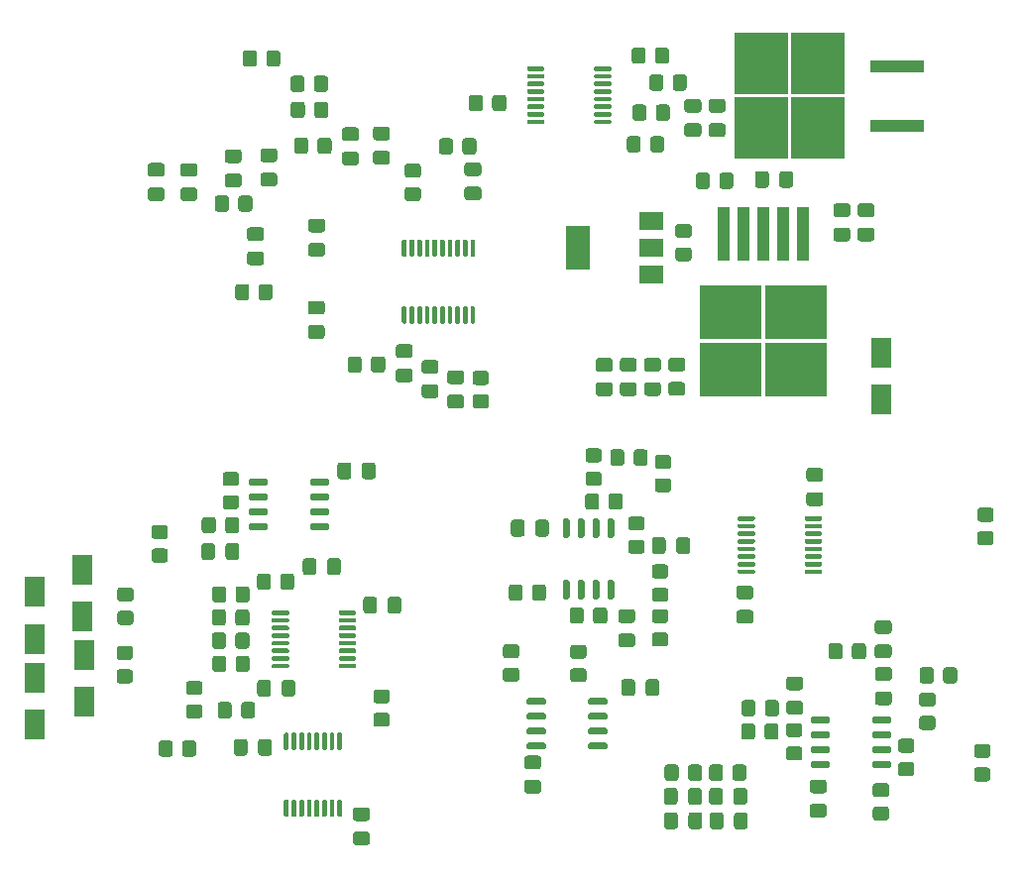
<source format=gbr>
%TF.GenerationSoftware,KiCad,Pcbnew,5.1.8-5.1.8*%
%TF.CreationDate,2022-04-12T10:04:15+08:00*%
%TF.ProjectId,lcr_6,6c63725f-362e-46b6-9963-61645f706362,rev?*%
%TF.SameCoordinates,Original*%
%TF.FileFunction,Paste,Top*%
%TF.FilePolarity,Positive*%
%FSLAX46Y46*%
G04 Gerber Fmt 4.6, Leading zero omitted, Abs format (unit mm)*
G04 Created by KiCad (PCBNEW 5.1.8-5.1.8) date 2022-04-12 10:04:15*
%MOMM*%
%LPD*%
G01*
G04 APERTURE LIST*
%ADD10R,1.800000X2.500000*%
%ADD11R,2.000000X1.500000*%
%ADD12R,2.000000X3.800000*%
%ADD13R,4.550000X5.250000*%
%ADD14R,4.600000X1.100000*%
%ADD15R,5.250000X4.550000*%
%ADD16R,1.100000X4.600000*%
G04 APERTURE END LIST*
%TO.C,C28*%
G36*
G01*
X143596000Y-109838000D02*
X143596000Y-108888000D01*
G75*
G02*
X143846000Y-108638000I250000J0D01*
G01*
X144521000Y-108638000D01*
G75*
G02*
X144771000Y-108888000I0J-250000D01*
G01*
X144771000Y-109838000D01*
G75*
G02*
X144521000Y-110088000I-250000J0D01*
G01*
X143846000Y-110088000D01*
G75*
G02*
X143596000Y-109838000I0J250000D01*
G01*
G37*
G36*
G01*
X141521000Y-109838000D02*
X141521000Y-108888000D01*
G75*
G02*
X141771000Y-108638000I250000J0D01*
G01*
X142446000Y-108638000D01*
G75*
G02*
X142696000Y-108888000I0J-250000D01*
G01*
X142696000Y-109838000D01*
G75*
G02*
X142446000Y-110088000I-250000J0D01*
G01*
X141771000Y-110088000D01*
G75*
G02*
X141521000Y-109838000I0J250000D01*
G01*
G37*
%TD*%
D10*
%TO.C,D1*%
X95507000Y-99299000D03*
X95507000Y-103299000D03*
%TD*%
%TO.C,U12*%
G36*
G01*
X123086000Y-72552000D02*
X122886000Y-72552000D01*
G75*
G02*
X122786000Y-72452000I0J100000D01*
G01*
X122786000Y-71177000D01*
G75*
G02*
X122886000Y-71077000I100000J0D01*
G01*
X123086000Y-71077000D01*
G75*
G02*
X123186000Y-71177000I0J-100000D01*
G01*
X123186000Y-72452000D01*
G75*
G02*
X123086000Y-72552000I-100000J0D01*
G01*
G37*
G36*
G01*
X123736000Y-72552000D02*
X123536000Y-72552000D01*
G75*
G02*
X123436000Y-72452000I0J100000D01*
G01*
X123436000Y-71177000D01*
G75*
G02*
X123536000Y-71077000I100000J0D01*
G01*
X123736000Y-71077000D01*
G75*
G02*
X123836000Y-71177000I0J-100000D01*
G01*
X123836000Y-72452000D01*
G75*
G02*
X123736000Y-72552000I-100000J0D01*
G01*
G37*
G36*
G01*
X124386000Y-72552000D02*
X124186000Y-72552000D01*
G75*
G02*
X124086000Y-72452000I0J100000D01*
G01*
X124086000Y-71177000D01*
G75*
G02*
X124186000Y-71077000I100000J0D01*
G01*
X124386000Y-71077000D01*
G75*
G02*
X124486000Y-71177000I0J-100000D01*
G01*
X124486000Y-72452000D01*
G75*
G02*
X124386000Y-72552000I-100000J0D01*
G01*
G37*
G36*
G01*
X125036000Y-72552000D02*
X124836000Y-72552000D01*
G75*
G02*
X124736000Y-72452000I0J100000D01*
G01*
X124736000Y-71177000D01*
G75*
G02*
X124836000Y-71077000I100000J0D01*
G01*
X125036000Y-71077000D01*
G75*
G02*
X125136000Y-71177000I0J-100000D01*
G01*
X125136000Y-72452000D01*
G75*
G02*
X125036000Y-72552000I-100000J0D01*
G01*
G37*
G36*
G01*
X125686000Y-72552000D02*
X125486000Y-72552000D01*
G75*
G02*
X125386000Y-72452000I0J100000D01*
G01*
X125386000Y-71177000D01*
G75*
G02*
X125486000Y-71077000I100000J0D01*
G01*
X125686000Y-71077000D01*
G75*
G02*
X125786000Y-71177000I0J-100000D01*
G01*
X125786000Y-72452000D01*
G75*
G02*
X125686000Y-72552000I-100000J0D01*
G01*
G37*
G36*
G01*
X126336000Y-72552000D02*
X126136000Y-72552000D01*
G75*
G02*
X126036000Y-72452000I0J100000D01*
G01*
X126036000Y-71177000D01*
G75*
G02*
X126136000Y-71077000I100000J0D01*
G01*
X126336000Y-71077000D01*
G75*
G02*
X126436000Y-71177000I0J-100000D01*
G01*
X126436000Y-72452000D01*
G75*
G02*
X126336000Y-72552000I-100000J0D01*
G01*
G37*
G36*
G01*
X126986000Y-72552000D02*
X126786000Y-72552000D01*
G75*
G02*
X126686000Y-72452000I0J100000D01*
G01*
X126686000Y-71177000D01*
G75*
G02*
X126786000Y-71077000I100000J0D01*
G01*
X126986000Y-71077000D01*
G75*
G02*
X127086000Y-71177000I0J-100000D01*
G01*
X127086000Y-72452000D01*
G75*
G02*
X126986000Y-72552000I-100000J0D01*
G01*
G37*
G36*
G01*
X127636000Y-72552000D02*
X127436000Y-72552000D01*
G75*
G02*
X127336000Y-72452000I0J100000D01*
G01*
X127336000Y-71177000D01*
G75*
G02*
X127436000Y-71077000I100000J0D01*
G01*
X127636000Y-71077000D01*
G75*
G02*
X127736000Y-71177000I0J-100000D01*
G01*
X127736000Y-72452000D01*
G75*
G02*
X127636000Y-72552000I-100000J0D01*
G01*
G37*
G36*
G01*
X128286000Y-72552000D02*
X128086000Y-72552000D01*
G75*
G02*
X127986000Y-72452000I0J100000D01*
G01*
X127986000Y-71177000D01*
G75*
G02*
X128086000Y-71077000I100000J0D01*
G01*
X128286000Y-71077000D01*
G75*
G02*
X128386000Y-71177000I0J-100000D01*
G01*
X128386000Y-72452000D01*
G75*
G02*
X128286000Y-72552000I-100000J0D01*
G01*
G37*
G36*
G01*
X128936000Y-72552000D02*
X128736000Y-72552000D01*
G75*
G02*
X128636000Y-72452000I0J100000D01*
G01*
X128636000Y-71177000D01*
G75*
G02*
X128736000Y-71077000I100000J0D01*
G01*
X128936000Y-71077000D01*
G75*
G02*
X129036000Y-71177000I0J-100000D01*
G01*
X129036000Y-72452000D01*
G75*
G02*
X128936000Y-72552000I-100000J0D01*
G01*
G37*
G36*
G01*
X128936000Y-78277000D02*
X128736000Y-78277000D01*
G75*
G02*
X128636000Y-78177000I0J100000D01*
G01*
X128636000Y-76902000D01*
G75*
G02*
X128736000Y-76802000I100000J0D01*
G01*
X128936000Y-76802000D01*
G75*
G02*
X129036000Y-76902000I0J-100000D01*
G01*
X129036000Y-78177000D01*
G75*
G02*
X128936000Y-78277000I-100000J0D01*
G01*
G37*
G36*
G01*
X128286000Y-78277000D02*
X128086000Y-78277000D01*
G75*
G02*
X127986000Y-78177000I0J100000D01*
G01*
X127986000Y-76902000D01*
G75*
G02*
X128086000Y-76802000I100000J0D01*
G01*
X128286000Y-76802000D01*
G75*
G02*
X128386000Y-76902000I0J-100000D01*
G01*
X128386000Y-78177000D01*
G75*
G02*
X128286000Y-78277000I-100000J0D01*
G01*
G37*
G36*
G01*
X127636000Y-78277000D02*
X127436000Y-78277000D01*
G75*
G02*
X127336000Y-78177000I0J100000D01*
G01*
X127336000Y-76902000D01*
G75*
G02*
X127436000Y-76802000I100000J0D01*
G01*
X127636000Y-76802000D01*
G75*
G02*
X127736000Y-76902000I0J-100000D01*
G01*
X127736000Y-78177000D01*
G75*
G02*
X127636000Y-78277000I-100000J0D01*
G01*
G37*
G36*
G01*
X126986000Y-78277000D02*
X126786000Y-78277000D01*
G75*
G02*
X126686000Y-78177000I0J100000D01*
G01*
X126686000Y-76902000D01*
G75*
G02*
X126786000Y-76802000I100000J0D01*
G01*
X126986000Y-76802000D01*
G75*
G02*
X127086000Y-76902000I0J-100000D01*
G01*
X127086000Y-78177000D01*
G75*
G02*
X126986000Y-78277000I-100000J0D01*
G01*
G37*
G36*
G01*
X126336000Y-78277000D02*
X126136000Y-78277000D01*
G75*
G02*
X126036000Y-78177000I0J100000D01*
G01*
X126036000Y-76902000D01*
G75*
G02*
X126136000Y-76802000I100000J0D01*
G01*
X126336000Y-76802000D01*
G75*
G02*
X126436000Y-76902000I0J-100000D01*
G01*
X126436000Y-78177000D01*
G75*
G02*
X126336000Y-78277000I-100000J0D01*
G01*
G37*
G36*
G01*
X125686000Y-78277000D02*
X125486000Y-78277000D01*
G75*
G02*
X125386000Y-78177000I0J100000D01*
G01*
X125386000Y-76902000D01*
G75*
G02*
X125486000Y-76802000I100000J0D01*
G01*
X125686000Y-76802000D01*
G75*
G02*
X125786000Y-76902000I0J-100000D01*
G01*
X125786000Y-78177000D01*
G75*
G02*
X125686000Y-78277000I-100000J0D01*
G01*
G37*
G36*
G01*
X125036000Y-78277000D02*
X124836000Y-78277000D01*
G75*
G02*
X124736000Y-78177000I0J100000D01*
G01*
X124736000Y-76902000D01*
G75*
G02*
X124836000Y-76802000I100000J0D01*
G01*
X125036000Y-76802000D01*
G75*
G02*
X125136000Y-76902000I0J-100000D01*
G01*
X125136000Y-78177000D01*
G75*
G02*
X125036000Y-78277000I-100000J0D01*
G01*
G37*
G36*
G01*
X124386000Y-78277000D02*
X124186000Y-78277000D01*
G75*
G02*
X124086000Y-78177000I0J100000D01*
G01*
X124086000Y-76902000D01*
G75*
G02*
X124186000Y-76802000I100000J0D01*
G01*
X124386000Y-76802000D01*
G75*
G02*
X124486000Y-76902000I0J-100000D01*
G01*
X124486000Y-78177000D01*
G75*
G02*
X124386000Y-78277000I-100000J0D01*
G01*
G37*
G36*
G01*
X123736000Y-78277000D02*
X123536000Y-78277000D01*
G75*
G02*
X123436000Y-78177000I0J100000D01*
G01*
X123436000Y-76902000D01*
G75*
G02*
X123536000Y-76802000I100000J0D01*
G01*
X123736000Y-76802000D01*
G75*
G02*
X123836000Y-76902000I0J-100000D01*
G01*
X123836000Y-78177000D01*
G75*
G02*
X123736000Y-78277000I-100000J0D01*
G01*
G37*
G36*
G01*
X123086000Y-78277000D02*
X122886000Y-78277000D01*
G75*
G02*
X122786000Y-78177000I0J100000D01*
G01*
X122786000Y-76902000D01*
G75*
G02*
X122886000Y-76802000I100000J0D01*
G01*
X123086000Y-76802000D01*
G75*
G02*
X123186000Y-76902000I0J-100000D01*
G01*
X123186000Y-78177000D01*
G75*
G02*
X123086000Y-78277000I-100000J0D01*
G01*
G37*
%TD*%
%TO.C,U11*%
G36*
G01*
X139190000Y-56587000D02*
X139190000Y-56387000D01*
G75*
G02*
X139290000Y-56287000I100000J0D01*
G01*
X140565000Y-56287000D01*
G75*
G02*
X140665000Y-56387000I0J-100000D01*
G01*
X140665000Y-56587000D01*
G75*
G02*
X140565000Y-56687000I-100000J0D01*
G01*
X139290000Y-56687000D01*
G75*
G02*
X139190000Y-56587000I0J100000D01*
G01*
G37*
G36*
G01*
X139190000Y-57237000D02*
X139190000Y-57037000D01*
G75*
G02*
X139290000Y-56937000I100000J0D01*
G01*
X140565000Y-56937000D01*
G75*
G02*
X140665000Y-57037000I0J-100000D01*
G01*
X140665000Y-57237000D01*
G75*
G02*
X140565000Y-57337000I-100000J0D01*
G01*
X139290000Y-57337000D01*
G75*
G02*
X139190000Y-57237000I0J100000D01*
G01*
G37*
G36*
G01*
X139190000Y-57887000D02*
X139190000Y-57687000D01*
G75*
G02*
X139290000Y-57587000I100000J0D01*
G01*
X140565000Y-57587000D01*
G75*
G02*
X140665000Y-57687000I0J-100000D01*
G01*
X140665000Y-57887000D01*
G75*
G02*
X140565000Y-57987000I-100000J0D01*
G01*
X139290000Y-57987000D01*
G75*
G02*
X139190000Y-57887000I0J100000D01*
G01*
G37*
G36*
G01*
X139190000Y-58537000D02*
X139190000Y-58337000D01*
G75*
G02*
X139290000Y-58237000I100000J0D01*
G01*
X140565000Y-58237000D01*
G75*
G02*
X140665000Y-58337000I0J-100000D01*
G01*
X140665000Y-58537000D01*
G75*
G02*
X140565000Y-58637000I-100000J0D01*
G01*
X139290000Y-58637000D01*
G75*
G02*
X139190000Y-58537000I0J100000D01*
G01*
G37*
G36*
G01*
X139190000Y-59187000D02*
X139190000Y-58987000D01*
G75*
G02*
X139290000Y-58887000I100000J0D01*
G01*
X140565000Y-58887000D01*
G75*
G02*
X140665000Y-58987000I0J-100000D01*
G01*
X140665000Y-59187000D01*
G75*
G02*
X140565000Y-59287000I-100000J0D01*
G01*
X139290000Y-59287000D01*
G75*
G02*
X139190000Y-59187000I0J100000D01*
G01*
G37*
G36*
G01*
X139190000Y-59837000D02*
X139190000Y-59637000D01*
G75*
G02*
X139290000Y-59537000I100000J0D01*
G01*
X140565000Y-59537000D01*
G75*
G02*
X140665000Y-59637000I0J-100000D01*
G01*
X140665000Y-59837000D01*
G75*
G02*
X140565000Y-59937000I-100000J0D01*
G01*
X139290000Y-59937000D01*
G75*
G02*
X139190000Y-59837000I0J100000D01*
G01*
G37*
G36*
G01*
X139190000Y-60487000D02*
X139190000Y-60287000D01*
G75*
G02*
X139290000Y-60187000I100000J0D01*
G01*
X140565000Y-60187000D01*
G75*
G02*
X140665000Y-60287000I0J-100000D01*
G01*
X140665000Y-60487000D01*
G75*
G02*
X140565000Y-60587000I-100000J0D01*
G01*
X139290000Y-60587000D01*
G75*
G02*
X139190000Y-60487000I0J100000D01*
G01*
G37*
G36*
G01*
X139190000Y-61137000D02*
X139190000Y-60937000D01*
G75*
G02*
X139290000Y-60837000I100000J0D01*
G01*
X140565000Y-60837000D01*
G75*
G02*
X140665000Y-60937000I0J-100000D01*
G01*
X140665000Y-61137000D01*
G75*
G02*
X140565000Y-61237000I-100000J0D01*
G01*
X139290000Y-61237000D01*
G75*
G02*
X139190000Y-61137000I0J100000D01*
G01*
G37*
G36*
G01*
X133465000Y-61137000D02*
X133465000Y-60937000D01*
G75*
G02*
X133565000Y-60837000I100000J0D01*
G01*
X134840000Y-60837000D01*
G75*
G02*
X134940000Y-60937000I0J-100000D01*
G01*
X134940000Y-61137000D01*
G75*
G02*
X134840000Y-61237000I-100000J0D01*
G01*
X133565000Y-61237000D01*
G75*
G02*
X133465000Y-61137000I0J100000D01*
G01*
G37*
G36*
G01*
X133465000Y-60487000D02*
X133465000Y-60287000D01*
G75*
G02*
X133565000Y-60187000I100000J0D01*
G01*
X134840000Y-60187000D01*
G75*
G02*
X134940000Y-60287000I0J-100000D01*
G01*
X134940000Y-60487000D01*
G75*
G02*
X134840000Y-60587000I-100000J0D01*
G01*
X133565000Y-60587000D01*
G75*
G02*
X133465000Y-60487000I0J100000D01*
G01*
G37*
G36*
G01*
X133465000Y-59837000D02*
X133465000Y-59637000D01*
G75*
G02*
X133565000Y-59537000I100000J0D01*
G01*
X134840000Y-59537000D01*
G75*
G02*
X134940000Y-59637000I0J-100000D01*
G01*
X134940000Y-59837000D01*
G75*
G02*
X134840000Y-59937000I-100000J0D01*
G01*
X133565000Y-59937000D01*
G75*
G02*
X133465000Y-59837000I0J100000D01*
G01*
G37*
G36*
G01*
X133465000Y-59187000D02*
X133465000Y-58987000D01*
G75*
G02*
X133565000Y-58887000I100000J0D01*
G01*
X134840000Y-58887000D01*
G75*
G02*
X134940000Y-58987000I0J-100000D01*
G01*
X134940000Y-59187000D01*
G75*
G02*
X134840000Y-59287000I-100000J0D01*
G01*
X133565000Y-59287000D01*
G75*
G02*
X133465000Y-59187000I0J100000D01*
G01*
G37*
G36*
G01*
X133465000Y-58537000D02*
X133465000Y-58337000D01*
G75*
G02*
X133565000Y-58237000I100000J0D01*
G01*
X134840000Y-58237000D01*
G75*
G02*
X134940000Y-58337000I0J-100000D01*
G01*
X134940000Y-58537000D01*
G75*
G02*
X134840000Y-58637000I-100000J0D01*
G01*
X133565000Y-58637000D01*
G75*
G02*
X133465000Y-58537000I0J100000D01*
G01*
G37*
G36*
G01*
X133465000Y-57887000D02*
X133465000Y-57687000D01*
G75*
G02*
X133565000Y-57587000I100000J0D01*
G01*
X134840000Y-57587000D01*
G75*
G02*
X134940000Y-57687000I0J-100000D01*
G01*
X134940000Y-57887000D01*
G75*
G02*
X134840000Y-57987000I-100000J0D01*
G01*
X133565000Y-57987000D01*
G75*
G02*
X133465000Y-57887000I0J100000D01*
G01*
G37*
G36*
G01*
X133465000Y-57237000D02*
X133465000Y-57037000D01*
G75*
G02*
X133565000Y-56937000I100000J0D01*
G01*
X134840000Y-56937000D01*
G75*
G02*
X134940000Y-57037000I0J-100000D01*
G01*
X134940000Y-57237000D01*
G75*
G02*
X134840000Y-57337000I-100000J0D01*
G01*
X133565000Y-57337000D01*
G75*
G02*
X133465000Y-57237000I0J100000D01*
G01*
G37*
G36*
G01*
X133465000Y-56587000D02*
X133465000Y-56387000D01*
G75*
G02*
X133565000Y-56287000I100000J0D01*
G01*
X134840000Y-56287000D01*
G75*
G02*
X134940000Y-56387000I0J-100000D01*
G01*
X134940000Y-56587000D01*
G75*
G02*
X134840000Y-56687000I-100000J0D01*
G01*
X133565000Y-56687000D01*
G75*
G02*
X133465000Y-56587000I0J100000D01*
G01*
G37*
%TD*%
%TO.C,U10*%
G36*
G01*
X159330000Y-115807000D02*
X159330000Y-116107000D01*
G75*
G02*
X159180000Y-116257000I-150000J0D01*
G01*
X157830000Y-116257000D01*
G75*
G02*
X157680000Y-116107000I0J150000D01*
G01*
X157680000Y-115807000D01*
G75*
G02*
X157830000Y-115657000I150000J0D01*
G01*
X159180000Y-115657000D01*
G75*
G02*
X159330000Y-115807000I0J-150000D01*
G01*
G37*
G36*
G01*
X159330000Y-114537000D02*
X159330000Y-114837000D01*
G75*
G02*
X159180000Y-114987000I-150000J0D01*
G01*
X157830000Y-114987000D01*
G75*
G02*
X157680000Y-114837000I0J150000D01*
G01*
X157680000Y-114537000D01*
G75*
G02*
X157830000Y-114387000I150000J0D01*
G01*
X159180000Y-114387000D01*
G75*
G02*
X159330000Y-114537000I0J-150000D01*
G01*
G37*
G36*
G01*
X159330000Y-113267000D02*
X159330000Y-113567000D01*
G75*
G02*
X159180000Y-113717000I-150000J0D01*
G01*
X157830000Y-113717000D01*
G75*
G02*
X157680000Y-113567000I0J150000D01*
G01*
X157680000Y-113267000D01*
G75*
G02*
X157830000Y-113117000I150000J0D01*
G01*
X159180000Y-113117000D01*
G75*
G02*
X159330000Y-113267000I0J-150000D01*
G01*
G37*
G36*
G01*
X159330000Y-111997000D02*
X159330000Y-112297000D01*
G75*
G02*
X159180000Y-112447000I-150000J0D01*
G01*
X157830000Y-112447000D01*
G75*
G02*
X157680000Y-112297000I0J150000D01*
G01*
X157680000Y-111997000D01*
G75*
G02*
X157830000Y-111847000I150000J0D01*
G01*
X159180000Y-111847000D01*
G75*
G02*
X159330000Y-111997000I0J-150000D01*
G01*
G37*
G36*
G01*
X164580000Y-111997000D02*
X164580000Y-112297000D01*
G75*
G02*
X164430000Y-112447000I-150000J0D01*
G01*
X163080000Y-112447000D01*
G75*
G02*
X162930000Y-112297000I0J150000D01*
G01*
X162930000Y-111997000D01*
G75*
G02*
X163080000Y-111847000I150000J0D01*
G01*
X164430000Y-111847000D01*
G75*
G02*
X164580000Y-111997000I0J-150000D01*
G01*
G37*
G36*
G01*
X164580000Y-113267000D02*
X164580000Y-113567000D01*
G75*
G02*
X164430000Y-113717000I-150000J0D01*
G01*
X163080000Y-113717000D01*
G75*
G02*
X162930000Y-113567000I0J150000D01*
G01*
X162930000Y-113267000D01*
G75*
G02*
X163080000Y-113117000I150000J0D01*
G01*
X164430000Y-113117000D01*
G75*
G02*
X164580000Y-113267000I0J-150000D01*
G01*
G37*
G36*
G01*
X164580000Y-114537000D02*
X164580000Y-114837000D01*
G75*
G02*
X164430000Y-114987000I-150000J0D01*
G01*
X163080000Y-114987000D01*
G75*
G02*
X162930000Y-114837000I0J150000D01*
G01*
X162930000Y-114537000D01*
G75*
G02*
X163080000Y-114387000I150000J0D01*
G01*
X164430000Y-114387000D01*
G75*
G02*
X164580000Y-114537000I0J-150000D01*
G01*
G37*
G36*
G01*
X164580000Y-115807000D02*
X164580000Y-116107000D01*
G75*
G02*
X164430000Y-116257000I-150000J0D01*
G01*
X163080000Y-116257000D01*
G75*
G02*
X162930000Y-116107000I0J150000D01*
G01*
X162930000Y-115807000D01*
G75*
G02*
X163080000Y-115657000I150000J0D01*
G01*
X164430000Y-115657000D01*
G75*
G02*
X164580000Y-115807000I0J-150000D01*
G01*
G37*
%TD*%
%TO.C,U8*%
G36*
G01*
X157184000Y-95019000D02*
X157184000Y-94819000D01*
G75*
G02*
X157284000Y-94719000I100000J0D01*
G01*
X158559000Y-94719000D01*
G75*
G02*
X158659000Y-94819000I0J-100000D01*
G01*
X158659000Y-95019000D01*
G75*
G02*
X158559000Y-95119000I-100000J0D01*
G01*
X157284000Y-95119000D01*
G75*
G02*
X157184000Y-95019000I0J100000D01*
G01*
G37*
G36*
G01*
X157184000Y-95669000D02*
X157184000Y-95469000D01*
G75*
G02*
X157284000Y-95369000I100000J0D01*
G01*
X158559000Y-95369000D01*
G75*
G02*
X158659000Y-95469000I0J-100000D01*
G01*
X158659000Y-95669000D01*
G75*
G02*
X158559000Y-95769000I-100000J0D01*
G01*
X157284000Y-95769000D01*
G75*
G02*
X157184000Y-95669000I0J100000D01*
G01*
G37*
G36*
G01*
X157184000Y-96319000D02*
X157184000Y-96119000D01*
G75*
G02*
X157284000Y-96019000I100000J0D01*
G01*
X158559000Y-96019000D01*
G75*
G02*
X158659000Y-96119000I0J-100000D01*
G01*
X158659000Y-96319000D01*
G75*
G02*
X158559000Y-96419000I-100000J0D01*
G01*
X157284000Y-96419000D01*
G75*
G02*
X157184000Y-96319000I0J100000D01*
G01*
G37*
G36*
G01*
X157184000Y-96969000D02*
X157184000Y-96769000D01*
G75*
G02*
X157284000Y-96669000I100000J0D01*
G01*
X158559000Y-96669000D01*
G75*
G02*
X158659000Y-96769000I0J-100000D01*
G01*
X158659000Y-96969000D01*
G75*
G02*
X158559000Y-97069000I-100000J0D01*
G01*
X157284000Y-97069000D01*
G75*
G02*
X157184000Y-96969000I0J100000D01*
G01*
G37*
G36*
G01*
X157184000Y-97619000D02*
X157184000Y-97419000D01*
G75*
G02*
X157284000Y-97319000I100000J0D01*
G01*
X158559000Y-97319000D01*
G75*
G02*
X158659000Y-97419000I0J-100000D01*
G01*
X158659000Y-97619000D01*
G75*
G02*
X158559000Y-97719000I-100000J0D01*
G01*
X157284000Y-97719000D01*
G75*
G02*
X157184000Y-97619000I0J100000D01*
G01*
G37*
G36*
G01*
X157184000Y-98269000D02*
X157184000Y-98069000D01*
G75*
G02*
X157284000Y-97969000I100000J0D01*
G01*
X158559000Y-97969000D01*
G75*
G02*
X158659000Y-98069000I0J-100000D01*
G01*
X158659000Y-98269000D01*
G75*
G02*
X158559000Y-98369000I-100000J0D01*
G01*
X157284000Y-98369000D01*
G75*
G02*
X157184000Y-98269000I0J100000D01*
G01*
G37*
G36*
G01*
X157184000Y-98919000D02*
X157184000Y-98719000D01*
G75*
G02*
X157284000Y-98619000I100000J0D01*
G01*
X158559000Y-98619000D01*
G75*
G02*
X158659000Y-98719000I0J-100000D01*
G01*
X158659000Y-98919000D01*
G75*
G02*
X158559000Y-99019000I-100000J0D01*
G01*
X157284000Y-99019000D01*
G75*
G02*
X157184000Y-98919000I0J100000D01*
G01*
G37*
G36*
G01*
X157184000Y-99569000D02*
X157184000Y-99369000D01*
G75*
G02*
X157284000Y-99269000I100000J0D01*
G01*
X158559000Y-99269000D01*
G75*
G02*
X158659000Y-99369000I0J-100000D01*
G01*
X158659000Y-99569000D01*
G75*
G02*
X158559000Y-99669000I-100000J0D01*
G01*
X157284000Y-99669000D01*
G75*
G02*
X157184000Y-99569000I0J100000D01*
G01*
G37*
G36*
G01*
X151459000Y-99569000D02*
X151459000Y-99369000D01*
G75*
G02*
X151559000Y-99269000I100000J0D01*
G01*
X152834000Y-99269000D01*
G75*
G02*
X152934000Y-99369000I0J-100000D01*
G01*
X152934000Y-99569000D01*
G75*
G02*
X152834000Y-99669000I-100000J0D01*
G01*
X151559000Y-99669000D01*
G75*
G02*
X151459000Y-99569000I0J100000D01*
G01*
G37*
G36*
G01*
X151459000Y-98919000D02*
X151459000Y-98719000D01*
G75*
G02*
X151559000Y-98619000I100000J0D01*
G01*
X152834000Y-98619000D01*
G75*
G02*
X152934000Y-98719000I0J-100000D01*
G01*
X152934000Y-98919000D01*
G75*
G02*
X152834000Y-99019000I-100000J0D01*
G01*
X151559000Y-99019000D01*
G75*
G02*
X151459000Y-98919000I0J100000D01*
G01*
G37*
G36*
G01*
X151459000Y-98269000D02*
X151459000Y-98069000D01*
G75*
G02*
X151559000Y-97969000I100000J0D01*
G01*
X152834000Y-97969000D01*
G75*
G02*
X152934000Y-98069000I0J-100000D01*
G01*
X152934000Y-98269000D01*
G75*
G02*
X152834000Y-98369000I-100000J0D01*
G01*
X151559000Y-98369000D01*
G75*
G02*
X151459000Y-98269000I0J100000D01*
G01*
G37*
G36*
G01*
X151459000Y-97619000D02*
X151459000Y-97419000D01*
G75*
G02*
X151559000Y-97319000I100000J0D01*
G01*
X152834000Y-97319000D01*
G75*
G02*
X152934000Y-97419000I0J-100000D01*
G01*
X152934000Y-97619000D01*
G75*
G02*
X152834000Y-97719000I-100000J0D01*
G01*
X151559000Y-97719000D01*
G75*
G02*
X151459000Y-97619000I0J100000D01*
G01*
G37*
G36*
G01*
X151459000Y-96969000D02*
X151459000Y-96769000D01*
G75*
G02*
X151559000Y-96669000I100000J0D01*
G01*
X152834000Y-96669000D01*
G75*
G02*
X152934000Y-96769000I0J-100000D01*
G01*
X152934000Y-96969000D01*
G75*
G02*
X152834000Y-97069000I-100000J0D01*
G01*
X151559000Y-97069000D01*
G75*
G02*
X151459000Y-96969000I0J100000D01*
G01*
G37*
G36*
G01*
X151459000Y-96319000D02*
X151459000Y-96119000D01*
G75*
G02*
X151559000Y-96019000I100000J0D01*
G01*
X152834000Y-96019000D01*
G75*
G02*
X152934000Y-96119000I0J-100000D01*
G01*
X152934000Y-96319000D01*
G75*
G02*
X152834000Y-96419000I-100000J0D01*
G01*
X151559000Y-96419000D01*
G75*
G02*
X151459000Y-96319000I0J100000D01*
G01*
G37*
G36*
G01*
X151459000Y-95669000D02*
X151459000Y-95469000D01*
G75*
G02*
X151559000Y-95369000I100000J0D01*
G01*
X152834000Y-95369000D01*
G75*
G02*
X152934000Y-95469000I0J-100000D01*
G01*
X152934000Y-95669000D01*
G75*
G02*
X152834000Y-95769000I-100000J0D01*
G01*
X151559000Y-95769000D01*
G75*
G02*
X151459000Y-95669000I0J100000D01*
G01*
G37*
G36*
G01*
X151459000Y-95019000D02*
X151459000Y-94819000D01*
G75*
G02*
X151559000Y-94719000I100000J0D01*
G01*
X152834000Y-94719000D01*
G75*
G02*
X152934000Y-94819000I0J-100000D01*
G01*
X152934000Y-95019000D01*
G75*
G02*
X152834000Y-95119000I-100000J0D01*
G01*
X151559000Y-95119000D01*
G75*
G02*
X151459000Y-95019000I0J100000D01*
G01*
G37*
%TD*%
D11*
%TO.C,U9*%
X144097000Y-74113000D03*
X144097000Y-69513000D03*
X144097000Y-71813000D03*
D12*
X137797000Y-71813000D03*
%TD*%
%TO.C,U5*%
G36*
G01*
X140475000Y-100192000D02*
X140775000Y-100192000D01*
G75*
G02*
X140925000Y-100342000I0J-150000D01*
G01*
X140925000Y-101692000D01*
G75*
G02*
X140775000Y-101842000I-150000J0D01*
G01*
X140475000Y-101842000D01*
G75*
G02*
X140325000Y-101692000I0J150000D01*
G01*
X140325000Y-100342000D01*
G75*
G02*
X140475000Y-100192000I150000J0D01*
G01*
G37*
G36*
G01*
X139205000Y-100192000D02*
X139505000Y-100192000D01*
G75*
G02*
X139655000Y-100342000I0J-150000D01*
G01*
X139655000Y-101692000D01*
G75*
G02*
X139505000Y-101842000I-150000J0D01*
G01*
X139205000Y-101842000D01*
G75*
G02*
X139055000Y-101692000I0J150000D01*
G01*
X139055000Y-100342000D01*
G75*
G02*
X139205000Y-100192000I150000J0D01*
G01*
G37*
G36*
G01*
X137935000Y-100192000D02*
X138235000Y-100192000D01*
G75*
G02*
X138385000Y-100342000I0J-150000D01*
G01*
X138385000Y-101692000D01*
G75*
G02*
X138235000Y-101842000I-150000J0D01*
G01*
X137935000Y-101842000D01*
G75*
G02*
X137785000Y-101692000I0J150000D01*
G01*
X137785000Y-100342000D01*
G75*
G02*
X137935000Y-100192000I150000J0D01*
G01*
G37*
G36*
G01*
X136665000Y-100192000D02*
X136965000Y-100192000D01*
G75*
G02*
X137115000Y-100342000I0J-150000D01*
G01*
X137115000Y-101692000D01*
G75*
G02*
X136965000Y-101842000I-150000J0D01*
G01*
X136665000Y-101842000D01*
G75*
G02*
X136515000Y-101692000I0J150000D01*
G01*
X136515000Y-100342000D01*
G75*
G02*
X136665000Y-100192000I150000J0D01*
G01*
G37*
G36*
G01*
X136665000Y-94942000D02*
X136965000Y-94942000D01*
G75*
G02*
X137115000Y-95092000I0J-150000D01*
G01*
X137115000Y-96442000D01*
G75*
G02*
X136965000Y-96592000I-150000J0D01*
G01*
X136665000Y-96592000D01*
G75*
G02*
X136515000Y-96442000I0J150000D01*
G01*
X136515000Y-95092000D01*
G75*
G02*
X136665000Y-94942000I150000J0D01*
G01*
G37*
G36*
G01*
X137935000Y-94942000D02*
X138235000Y-94942000D01*
G75*
G02*
X138385000Y-95092000I0J-150000D01*
G01*
X138385000Y-96442000D01*
G75*
G02*
X138235000Y-96592000I-150000J0D01*
G01*
X137935000Y-96592000D01*
G75*
G02*
X137785000Y-96442000I0J150000D01*
G01*
X137785000Y-95092000D01*
G75*
G02*
X137935000Y-94942000I150000J0D01*
G01*
G37*
G36*
G01*
X139205000Y-94942000D02*
X139505000Y-94942000D01*
G75*
G02*
X139655000Y-95092000I0J-150000D01*
G01*
X139655000Y-96442000D01*
G75*
G02*
X139505000Y-96592000I-150000J0D01*
G01*
X139205000Y-96592000D01*
G75*
G02*
X139055000Y-96442000I0J150000D01*
G01*
X139055000Y-95092000D01*
G75*
G02*
X139205000Y-94942000I150000J0D01*
G01*
G37*
G36*
G01*
X140475000Y-94942000D02*
X140775000Y-94942000D01*
G75*
G02*
X140925000Y-95092000I0J-150000D01*
G01*
X140925000Y-96442000D01*
G75*
G02*
X140775000Y-96592000I-150000J0D01*
G01*
X140475000Y-96592000D01*
G75*
G02*
X140325000Y-96442000I0J150000D01*
G01*
X140325000Y-95092000D01*
G75*
G02*
X140475000Y-94942000I150000J0D01*
G01*
G37*
%TD*%
D13*
%TO.C,U7*%
X158319000Y-56036000D03*
X153469000Y-61586000D03*
X158319000Y-61586000D03*
X153469000Y-56036000D03*
D14*
X165044000Y-56271000D03*
X165044000Y-61351000D03*
%TD*%
D15*
%TO.C,U6*%
X150876000Y-77325000D03*
X156426000Y-82175000D03*
X156426000Y-77325000D03*
X150876000Y-82175000D03*
D16*
X150251000Y-70600000D03*
X151951000Y-70600000D03*
X153651000Y-70600000D03*
X155351000Y-70600000D03*
X157051000Y-70600000D03*
%TD*%
%TO.C,U4*%
G36*
G01*
X138694028Y-110711348D02*
X138694028Y-110411348D01*
G75*
G02*
X138844028Y-110261348I150000J0D01*
G01*
X140194028Y-110261348D01*
G75*
G02*
X140344028Y-110411348I0J-150000D01*
G01*
X140344028Y-110711348D01*
G75*
G02*
X140194028Y-110861348I-150000J0D01*
G01*
X138844028Y-110861348D01*
G75*
G02*
X138694028Y-110711348I0J150000D01*
G01*
G37*
G36*
G01*
X138694028Y-111981348D02*
X138694028Y-111681348D01*
G75*
G02*
X138844028Y-111531348I150000J0D01*
G01*
X140194028Y-111531348D01*
G75*
G02*
X140344028Y-111681348I0J-150000D01*
G01*
X140344028Y-111981348D01*
G75*
G02*
X140194028Y-112131348I-150000J0D01*
G01*
X138844028Y-112131348D01*
G75*
G02*
X138694028Y-111981348I0J150000D01*
G01*
G37*
G36*
G01*
X138694028Y-113251348D02*
X138694028Y-112951348D01*
G75*
G02*
X138844028Y-112801348I150000J0D01*
G01*
X140194028Y-112801348D01*
G75*
G02*
X140344028Y-112951348I0J-150000D01*
G01*
X140344028Y-113251348D01*
G75*
G02*
X140194028Y-113401348I-150000J0D01*
G01*
X138844028Y-113401348D01*
G75*
G02*
X138694028Y-113251348I0J150000D01*
G01*
G37*
G36*
G01*
X138694028Y-114521348D02*
X138694028Y-114221348D01*
G75*
G02*
X138844028Y-114071348I150000J0D01*
G01*
X140194028Y-114071348D01*
G75*
G02*
X140344028Y-114221348I0J-150000D01*
G01*
X140344028Y-114521348D01*
G75*
G02*
X140194028Y-114671348I-150000J0D01*
G01*
X138844028Y-114671348D01*
G75*
G02*
X138694028Y-114521348I0J150000D01*
G01*
G37*
G36*
G01*
X133444028Y-114521348D02*
X133444028Y-114221348D01*
G75*
G02*
X133594028Y-114071348I150000J0D01*
G01*
X134944028Y-114071348D01*
G75*
G02*
X135094028Y-114221348I0J-150000D01*
G01*
X135094028Y-114521348D01*
G75*
G02*
X134944028Y-114671348I-150000J0D01*
G01*
X133594028Y-114671348D01*
G75*
G02*
X133444028Y-114521348I0J150000D01*
G01*
G37*
G36*
G01*
X133444028Y-113251348D02*
X133444028Y-112951348D01*
G75*
G02*
X133594028Y-112801348I150000J0D01*
G01*
X134944028Y-112801348D01*
G75*
G02*
X135094028Y-112951348I0J-150000D01*
G01*
X135094028Y-113251348D01*
G75*
G02*
X134944028Y-113401348I-150000J0D01*
G01*
X133594028Y-113401348D01*
G75*
G02*
X133444028Y-113251348I0J150000D01*
G01*
G37*
G36*
G01*
X133444028Y-111981348D02*
X133444028Y-111681348D01*
G75*
G02*
X133594028Y-111531348I150000J0D01*
G01*
X134944028Y-111531348D01*
G75*
G02*
X135094028Y-111681348I0J-150000D01*
G01*
X135094028Y-111981348D01*
G75*
G02*
X134944028Y-112131348I-150000J0D01*
G01*
X133594028Y-112131348D01*
G75*
G02*
X133444028Y-111981348I0J150000D01*
G01*
G37*
G36*
G01*
X133444028Y-110711348D02*
X133444028Y-110411348D01*
G75*
G02*
X133594028Y-110261348I150000J0D01*
G01*
X134944028Y-110261348D01*
G75*
G02*
X135094028Y-110411348I0J-150000D01*
G01*
X135094028Y-110711348D01*
G75*
G02*
X134944028Y-110861348I-150000J0D01*
G01*
X133594028Y-110861348D01*
G75*
G02*
X133444028Y-110711348I0J150000D01*
G01*
G37*
%TD*%
%TO.C,U3*%
G36*
G01*
X117387000Y-103079000D02*
X117387000Y-102879000D01*
G75*
G02*
X117487000Y-102779000I100000J0D01*
G01*
X118762000Y-102779000D01*
G75*
G02*
X118862000Y-102879000I0J-100000D01*
G01*
X118862000Y-103079000D01*
G75*
G02*
X118762000Y-103179000I-100000J0D01*
G01*
X117487000Y-103179000D01*
G75*
G02*
X117387000Y-103079000I0J100000D01*
G01*
G37*
G36*
G01*
X117387000Y-103729000D02*
X117387000Y-103529000D01*
G75*
G02*
X117487000Y-103429000I100000J0D01*
G01*
X118762000Y-103429000D01*
G75*
G02*
X118862000Y-103529000I0J-100000D01*
G01*
X118862000Y-103729000D01*
G75*
G02*
X118762000Y-103829000I-100000J0D01*
G01*
X117487000Y-103829000D01*
G75*
G02*
X117387000Y-103729000I0J100000D01*
G01*
G37*
G36*
G01*
X117387000Y-104379000D02*
X117387000Y-104179000D01*
G75*
G02*
X117487000Y-104079000I100000J0D01*
G01*
X118762000Y-104079000D01*
G75*
G02*
X118862000Y-104179000I0J-100000D01*
G01*
X118862000Y-104379000D01*
G75*
G02*
X118762000Y-104479000I-100000J0D01*
G01*
X117487000Y-104479000D01*
G75*
G02*
X117387000Y-104379000I0J100000D01*
G01*
G37*
G36*
G01*
X117387000Y-105029000D02*
X117387000Y-104829000D01*
G75*
G02*
X117487000Y-104729000I100000J0D01*
G01*
X118762000Y-104729000D01*
G75*
G02*
X118862000Y-104829000I0J-100000D01*
G01*
X118862000Y-105029000D01*
G75*
G02*
X118762000Y-105129000I-100000J0D01*
G01*
X117487000Y-105129000D01*
G75*
G02*
X117387000Y-105029000I0J100000D01*
G01*
G37*
G36*
G01*
X117387000Y-105679000D02*
X117387000Y-105479000D01*
G75*
G02*
X117487000Y-105379000I100000J0D01*
G01*
X118762000Y-105379000D01*
G75*
G02*
X118862000Y-105479000I0J-100000D01*
G01*
X118862000Y-105679000D01*
G75*
G02*
X118762000Y-105779000I-100000J0D01*
G01*
X117487000Y-105779000D01*
G75*
G02*
X117387000Y-105679000I0J100000D01*
G01*
G37*
G36*
G01*
X117387000Y-106329000D02*
X117387000Y-106129000D01*
G75*
G02*
X117487000Y-106029000I100000J0D01*
G01*
X118762000Y-106029000D01*
G75*
G02*
X118862000Y-106129000I0J-100000D01*
G01*
X118862000Y-106329000D01*
G75*
G02*
X118762000Y-106429000I-100000J0D01*
G01*
X117487000Y-106429000D01*
G75*
G02*
X117387000Y-106329000I0J100000D01*
G01*
G37*
G36*
G01*
X117387000Y-106979000D02*
X117387000Y-106779000D01*
G75*
G02*
X117487000Y-106679000I100000J0D01*
G01*
X118762000Y-106679000D01*
G75*
G02*
X118862000Y-106779000I0J-100000D01*
G01*
X118862000Y-106979000D01*
G75*
G02*
X118762000Y-107079000I-100000J0D01*
G01*
X117487000Y-107079000D01*
G75*
G02*
X117387000Y-106979000I0J100000D01*
G01*
G37*
G36*
G01*
X117387000Y-107629000D02*
X117387000Y-107429000D01*
G75*
G02*
X117487000Y-107329000I100000J0D01*
G01*
X118762000Y-107329000D01*
G75*
G02*
X118862000Y-107429000I0J-100000D01*
G01*
X118862000Y-107629000D01*
G75*
G02*
X118762000Y-107729000I-100000J0D01*
G01*
X117487000Y-107729000D01*
G75*
G02*
X117387000Y-107629000I0J100000D01*
G01*
G37*
G36*
G01*
X111662000Y-107629000D02*
X111662000Y-107429000D01*
G75*
G02*
X111762000Y-107329000I100000J0D01*
G01*
X113037000Y-107329000D01*
G75*
G02*
X113137000Y-107429000I0J-100000D01*
G01*
X113137000Y-107629000D01*
G75*
G02*
X113037000Y-107729000I-100000J0D01*
G01*
X111762000Y-107729000D01*
G75*
G02*
X111662000Y-107629000I0J100000D01*
G01*
G37*
G36*
G01*
X111662000Y-106979000D02*
X111662000Y-106779000D01*
G75*
G02*
X111762000Y-106679000I100000J0D01*
G01*
X113037000Y-106679000D01*
G75*
G02*
X113137000Y-106779000I0J-100000D01*
G01*
X113137000Y-106979000D01*
G75*
G02*
X113037000Y-107079000I-100000J0D01*
G01*
X111762000Y-107079000D01*
G75*
G02*
X111662000Y-106979000I0J100000D01*
G01*
G37*
G36*
G01*
X111662000Y-106329000D02*
X111662000Y-106129000D01*
G75*
G02*
X111762000Y-106029000I100000J0D01*
G01*
X113037000Y-106029000D01*
G75*
G02*
X113137000Y-106129000I0J-100000D01*
G01*
X113137000Y-106329000D01*
G75*
G02*
X113037000Y-106429000I-100000J0D01*
G01*
X111762000Y-106429000D01*
G75*
G02*
X111662000Y-106329000I0J100000D01*
G01*
G37*
G36*
G01*
X111662000Y-105679000D02*
X111662000Y-105479000D01*
G75*
G02*
X111762000Y-105379000I100000J0D01*
G01*
X113037000Y-105379000D01*
G75*
G02*
X113137000Y-105479000I0J-100000D01*
G01*
X113137000Y-105679000D01*
G75*
G02*
X113037000Y-105779000I-100000J0D01*
G01*
X111762000Y-105779000D01*
G75*
G02*
X111662000Y-105679000I0J100000D01*
G01*
G37*
G36*
G01*
X111662000Y-105029000D02*
X111662000Y-104829000D01*
G75*
G02*
X111762000Y-104729000I100000J0D01*
G01*
X113037000Y-104729000D01*
G75*
G02*
X113137000Y-104829000I0J-100000D01*
G01*
X113137000Y-105029000D01*
G75*
G02*
X113037000Y-105129000I-100000J0D01*
G01*
X111762000Y-105129000D01*
G75*
G02*
X111662000Y-105029000I0J100000D01*
G01*
G37*
G36*
G01*
X111662000Y-104379000D02*
X111662000Y-104179000D01*
G75*
G02*
X111762000Y-104079000I100000J0D01*
G01*
X113037000Y-104079000D01*
G75*
G02*
X113137000Y-104179000I0J-100000D01*
G01*
X113137000Y-104379000D01*
G75*
G02*
X113037000Y-104479000I-100000J0D01*
G01*
X111762000Y-104479000D01*
G75*
G02*
X111662000Y-104379000I0J100000D01*
G01*
G37*
G36*
G01*
X111662000Y-103729000D02*
X111662000Y-103529000D01*
G75*
G02*
X111762000Y-103429000I100000J0D01*
G01*
X113037000Y-103429000D01*
G75*
G02*
X113137000Y-103529000I0J-100000D01*
G01*
X113137000Y-103729000D01*
G75*
G02*
X113037000Y-103829000I-100000J0D01*
G01*
X111762000Y-103829000D01*
G75*
G02*
X111662000Y-103729000I0J100000D01*
G01*
G37*
G36*
G01*
X111662000Y-103079000D02*
X111662000Y-102879000D01*
G75*
G02*
X111762000Y-102779000I100000J0D01*
G01*
X113037000Y-102779000D01*
G75*
G02*
X113137000Y-102879000I0J-100000D01*
G01*
X113137000Y-103079000D01*
G75*
G02*
X113037000Y-103179000I-100000J0D01*
G01*
X111762000Y-103179000D01*
G75*
G02*
X111662000Y-103079000I0J100000D01*
G01*
G37*
%TD*%
%TO.C,U2*%
G36*
G01*
X117361000Y-118945000D02*
X117561000Y-118945000D01*
G75*
G02*
X117661000Y-119045000I0J-100000D01*
G01*
X117661000Y-120320000D01*
G75*
G02*
X117561000Y-120420000I-100000J0D01*
G01*
X117361000Y-120420000D01*
G75*
G02*
X117261000Y-120320000I0J100000D01*
G01*
X117261000Y-119045000D01*
G75*
G02*
X117361000Y-118945000I100000J0D01*
G01*
G37*
G36*
G01*
X116711000Y-118945000D02*
X116911000Y-118945000D01*
G75*
G02*
X117011000Y-119045000I0J-100000D01*
G01*
X117011000Y-120320000D01*
G75*
G02*
X116911000Y-120420000I-100000J0D01*
G01*
X116711000Y-120420000D01*
G75*
G02*
X116611000Y-120320000I0J100000D01*
G01*
X116611000Y-119045000D01*
G75*
G02*
X116711000Y-118945000I100000J0D01*
G01*
G37*
G36*
G01*
X116061000Y-118945000D02*
X116261000Y-118945000D01*
G75*
G02*
X116361000Y-119045000I0J-100000D01*
G01*
X116361000Y-120320000D01*
G75*
G02*
X116261000Y-120420000I-100000J0D01*
G01*
X116061000Y-120420000D01*
G75*
G02*
X115961000Y-120320000I0J100000D01*
G01*
X115961000Y-119045000D01*
G75*
G02*
X116061000Y-118945000I100000J0D01*
G01*
G37*
G36*
G01*
X115411000Y-118945000D02*
X115611000Y-118945000D01*
G75*
G02*
X115711000Y-119045000I0J-100000D01*
G01*
X115711000Y-120320000D01*
G75*
G02*
X115611000Y-120420000I-100000J0D01*
G01*
X115411000Y-120420000D01*
G75*
G02*
X115311000Y-120320000I0J100000D01*
G01*
X115311000Y-119045000D01*
G75*
G02*
X115411000Y-118945000I100000J0D01*
G01*
G37*
G36*
G01*
X114761000Y-118945000D02*
X114961000Y-118945000D01*
G75*
G02*
X115061000Y-119045000I0J-100000D01*
G01*
X115061000Y-120320000D01*
G75*
G02*
X114961000Y-120420000I-100000J0D01*
G01*
X114761000Y-120420000D01*
G75*
G02*
X114661000Y-120320000I0J100000D01*
G01*
X114661000Y-119045000D01*
G75*
G02*
X114761000Y-118945000I100000J0D01*
G01*
G37*
G36*
G01*
X114111000Y-118945000D02*
X114311000Y-118945000D01*
G75*
G02*
X114411000Y-119045000I0J-100000D01*
G01*
X114411000Y-120320000D01*
G75*
G02*
X114311000Y-120420000I-100000J0D01*
G01*
X114111000Y-120420000D01*
G75*
G02*
X114011000Y-120320000I0J100000D01*
G01*
X114011000Y-119045000D01*
G75*
G02*
X114111000Y-118945000I100000J0D01*
G01*
G37*
G36*
G01*
X113461000Y-118945000D02*
X113661000Y-118945000D01*
G75*
G02*
X113761000Y-119045000I0J-100000D01*
G01*
X113761000Y-120320000D01*
G75*
G02*
X113661000Y-120420000I-100000J0D01*
G01*
X113461000Y-120420000D01*
G75*
G02*
X113361000Y-120320000I0J100000D01*
G01*
X113361000Y-119045000D01*
G75*
G02*
X113461000Y-118945000I100000J0D01*
G01*
G37*
G36*
G01*
X112811000Y-118945000D02*
X113011000Y-118945000D01*
G75*
G02*
X113111000Y-119045000I0J-100000D01*
G01*
X113111000Y-120320000D01*
G75*
G02*
X113011000Y-120420000I-100000J0D01*
G01*
X112811000Y-120420000D01*
G75*
G02*
X112711000Y-120320000I0J100000D01*
G01*
X112711000Y-119045000D01*
G75*
G02*
X112811000Y-118945000I100000J0D01*
G01*
G37*
G36*
G01*
X112811000Y-113220000D02*
X113011000Y-113220000D01*
G75*
G02*
X113111000Y-113320000I0J-100000D01*
G01*
X113111000Y-114595000D01*
G75*
G02*
X113011000Y-114695000I-100000J0D01*
G01*
X112811000Y-114695000D01*
G75*
G02*
X112711000Y-114595000I0J100000D01*
G01*
X112711000Y-113320000D01*
G75*
G02*
X112811000Y-113220000I100000J0D01*
G01*
G37*
G36*
G01*
X113461000Y-113220000D02*
X113661000Y-113220000D01*
G75*
G02*
X113761000Y-113320000I0J-100000D01*
G01*
X113761000Y-114595000D01*
G75*
G02*
X113661000Y-114695000I-100000J0D01*
G01*
X113461000Y-114695000D01*
G75*
G02*
X113361000Y-114595000I0J100000D01*
G01*
X113361000Y-113320000D01*
G75*
G02*
X113461000Y-113220000I100000J0D01*
G01*
G37*
G36*
G01*
X114111000Y-113220000D02*
X114311000Y-113220000D01*
G75*
G02*
X114411000Y-113320000I0J-100000D01*
G01*
X114411000Y-114595000D01*
G75*
G02*
X114311000Y-114695000I-100000J0D01*
G01*
X114111000Y-114695000D01*
G75*
G02*
X114011000Y-114595000I0J100000D01*
G01*
X114011000Y-113320000D01*
G75*
G02*
X114111000Y-113220000I100000J0D01*
G01*
G37*
G36*
G01*
X114761000Y-113220000D02*
X114961000Y-113220000D01*
G75*
G02*
X115061000Y-113320000I0J-100000D01*
G01*
X115061000Y-114595000D01*
G75*
G02*
X114961000Y-114695000I-100000J0D01*
G01*
X114761000Y-114695000D01*
G75*
G02*
X114661000Y-114595000I0J100000D01*
G01*
X114661000Y-113320000D01*
G75*
G02*
X114761000Y-113220000I100000J0D01*
G01*
G37*
G36*
G01*
X115411000Y-113220000D02*
X115611000Y-113220000D01*
G75*
G02*
X115711000Y-113320000I0J-100000D01*
G01*
X115711000Y-114595000D01*
G75*
G02*
X115611000Y-114695000I-100000J0D01*
G01*
X115411000Y-114695000D01*
G75*
G02*
X115311000Y-114595000I0J100000D01*
G01*
X115311000Y-113320000D01*
G75*
G02*
X115411000Y-113220000I100000J0D01*
G01*
G37*
G36*
G01*
X116061000Y-113220000D02*
X116261000Y-113220000D01*
G75*
G02*
X116361000Y-113320000I0J-100000D01*
G01*
X116361000Y-114595000D01*
G75*
G02*
X116261000Y-114695000I-100000J0D01*
G01*
X116061000Y-114695000D01*
G75*
G02*
X115961000Y-114595000I0J100000D01*
G01*
X115961000Y-113320000D01*
G75*
G02*
X116061000Y-113220000I100000J0D01*
G01*
G37*
G36*
G01*
X116711000Y-113220000D02*
X116911000Y-113220000D01*
G75*
G02*
X117011000Y-113320000I0J-100000D01*
G01*
X117011000Y-114595000D01*
G75*
G02*
X116911000Y-114695000I-100000J0D01*
G01*
X116711000Y-114695000D01*
G75*
G02*
X116611000Y-114595000I0J100000D01*
G01*
X116611000Y-113320000D01*
G75*
G02*
X116711000Y-113220000I100000J0D01*
G01*
G37*
G36*
G01*
X117361000Y-113220000D02*
X117561000Y-113220000D01*
G75*
G02*
X117661000Y-113320000I0J-100000D01*
G01*
X117661000Y-114595000D01*
G75*
G02*
X117561000Y-114695000I-100000J0D01*
G01*
X117361000Y-114695000D01*
G75*
G02*
X117261000Y-114595000I0J100000D01*
G01*
X117261000Y-113320000D01*
G75*
G02*
X117361000Y-113220000I100000J0D01*
G01*
G37*
%TD*%
%TO.C,U1*%
G36*
G01*
X114921000Y-91950000D02*
X114921000Y-91650000D01*
G75*
G02*
X115071000Y-91500000I150000J0D01*
G01*
X116421000Y-91500000D01*
G75*
G02*
X116571000Y-91650000I0J-150000D01*
G01*
X116571000Y-91950000D01*
G75*
G02*
X116421000Y-92100000I-150000J0D01*
G01*
X115071000Y-92100000D01*
G75*
G02*
X114921000Y-91950000I0J150000D01*
G01*
G37*
G36*
G01*
X114921000Y-93220000D02*
X114921000Y-92920000D01*
G75*
G02*
X115071000Y-92770000I150000J0D01*
G01*
X116421000Y-92770000D01*
G75*
G02*
X116571000Y-92920000I0J-150000D01*
G01*
X116571000Y-93220000D01*
G75*
G02*
X116421000Y-93370000I-150000J0D01*
G01*
X115071000Y-93370000D01*
G75*
G02*
X114921000Y-93220000I0J150000D01*
G01*
G37*
G36*
G01*
X114921000Y-94490000D02*
X114921000Y-94190000D01*
G75*
G02*
X115071000Y-94040000I150000J0D01*
G01*
X116421000Y-94040000D01*
G75*
G02*
X116571000Y-94190000I0J-150000D01*
G01*
X116571000Y-94490000D01*
G75*
G02*
X116421000Y-94640000I-150000J0D01*
G01*
X115071000Y-94640000D01*
G75*
G02*
X114921000Y-94490000I0J150000D01*
G01*
G37*
G36*
G01*
X114921000Y-95760000D02*
X114921000Y-95460000D01*
G75*
G02*
X115071000Y-95310000I150000J0D01*
G01*
X116421000Y-95310000D01*
G75*
G02*
X116571000Y-95460000I0J-150000D01*
G01*
X116571000Y-95760000D01*
G75*
G02*
X116421000Y-95910000I-150000J0D01*
G01*
X115071000Y-95910000D01*
G75*
G02*
X114921000Y-95760000I0J150000D01*
G01*
G37*
G36*
G01*
X109671000Y-95760000D02*
X109671000Y-95460000D01*
G75*
G02*
X109821000Y-95310000I150000J0D01*
G01*
X111171000Y-95310000D01*
G75*
G02*
X111321000Y-95460000I0J-150000D01*
G01*
X111321000Y-95760000D01*
G75*
G02*
X111171000Y-95910000I-150000J0D01*
G01*
X109821000Y-95910000D01*
G75*
G02*
X109671000Y-95760000I0J150000D01*
G01*
G37*
G36*
G01*
X109671000Y-94490000D02*
X109671000Y-94190000D01*
G75*
G02*
X109821000Y-94040000I150000J0D01*
G01*
X111171000Y-94040000D01*
G75*
G02*
X111321000Y-94190000I0J-150000D01*
G01*
X111321000Y-94490000D01*
G75*
G02*
X111171000Y-94640000I-150000J0D01*
G01*
X109821000Y-94640000D01*
G75*
G02*
X109671000Y-94490000I0J150000D01*
G01*
G37*
G36*
G01*
X109671000Y-93220000D02*
X109671000Y-92920000D01*
G75*
G02*
X109821000Y-92770000I150000J0D01*
G01*
X111171000Y-92770000D01*
G75*
G02*
X111321000Y-92920000I0J-150000D01*
G01*
X111321000Y-93220000D01*
G75*
G02*
X111171000Y-93370000I-150000J0D01*
G01*
X109821000Y-93370000D01*
G75*
G02*
X109671000Y-93220000I0J150000D01*
G01*
G37*
G36*
G01*
X109671000Y-91950000D02*
X109671000Y-91650000D01*
G75*
G02*
X109821000Y-91500000I150000J0D01*
G01*
X111171000Y-91500000D01*
G75*
G02*
X111321000Y-91650000I0J-150000D01*
G01*
X111321000Y-91950000D01*
G75*
G02*
X111171000Y-92100000I-150000J0D01*
G01*
X109821000Y-92100000D01*
G75*
G02*
X109671000Y-91950000I0J150000D01*
G01*
G37*
%TD*%
%TO.C,R4*%
G36*
G01*
X99553001Y-107010000D02*
X98652999Y-107010000D01*
G75*
G02*
X98403000Y-106760001I0J249999D01*
G01*
X98403000Y-106059999D01*
G75*
G02*
X98652999Y-105810000I249999J0D01*
G01*
X99553001Y-105810000D01*
G75*
G02*
X99803000Y-106059999I0J-249999D01*
G01*
X99803000Y-106760001D01*
G75*
G02*
X99553001Y-107010000I-249999J0D01*
G01*
G37*
G36*
G01*
X99553001Y-109010000D02*
X98652999Y-109010000D01*
G75*
G02*
X98403000Y-108760001I0J249999D01*
G01*
X98403000Y-108059999D01*
G75*
G02*
X98652999Y-107810000I249999J0D01*
G01*
X99553001Y-107810000D01*
G75*
G02*
X99803000Y-108059999I0J-249999D01*
G01*
X99803000Y-108760001D01*
G75*
G02*
X99553001Y-109010000I-249999J0D01*
G01*
G37*
%TD*%
%TO.C,R2*%
G36*
G01*
X98709999Y-102813000D02*
X99610001Y-102813000D01*
G75*
G02*
X99860000Y-103062999I0J-249999D01*
G01*
X99860000Y-103763001D01*
G75*
G02*
X99610001Y-104013000I-249999J0D01*
G01*
X98709999Y-104013000D01*
G75*
G02*
X98460000Y-103763001I0J249999D01*
G01*
X98460000Y-103062999D01*
G75*
G02*
X98709999Y-102813000I249999J0D01*
G01*
G37*
G36*
G01*
X98709999Y-100813000D02*
X99610001Y-100813000D01*
G75*
G02*
X99860000Y-101062999I0J-249999D01*
G01*
X99860000Y-101763001D01*
G75*
G02*
X99610001Y-102013000I-249999J0D01*
G01*
X98709999Y-102013000D01*
G75*
G02*
X98460000Y-101763001I0J249999D01*
G01*
X98460000Y-101062999D01*
G75*
G02*
X98709999Y-100813000I249999J0D01*
G01*
G37*
%TD*%
%TO.C,R40*%
G36*
G01*
X169004000Y-108774001D02*
X169004000Y-107873999D01*
G75*
G02*
X169253999Y-107624000I249999J0D01*
G01*
X169954001Y-107624000D01*
G75*
G02*
X170204000Y-107873999I0J-249999D01*
G01*
X170204000Y-108774001D01*
G75*
G02*
X169954001Y-109024000I-249999J0D01*
G01*
X169253999Y-109024000D01*
G75*
G02*
X169004000Y-108774001I0J249999D01*
G01*
G37*
G36*
G01*
X167004000Y-108774001D02*
X167004000Y-107873999D01*
G75*
G02*
X167253999Y-107624000I249999J0D01*
G01*
X167954001Y-107624000D01*
G75*
G02*
X168204000Y-107873999I0J-249999D01*
G01*
X168204000Y-108774001D01*
G75*
G02*
X167954001Y-109024000I-249999J0D01*
G01*
X167253999Y-109024000D01*
G75*
G02*
X167004000Y-108774001I0J249999D01*
G01*
G37*
%TD*%
%TO.C,R39*%
G36*
G01*
X168104001Y-110992000D02*
X167203999Y-110992000D01*
G75*
G02*
X166954000Y-110742001I0J249999D01*
G01*
X166954000Y-110041999D01*
G75*
G02*
X167203999Y-109792000I249999J0D01*
G01*
X168104001Y-109792000D01*
G75*
G02*
X168354000Y-110041999I0J-249999D01*
G01*
X168354000Y-110742001D01*
G75*
G02*
X168104001Y-110992000I-249999J0D01*
G01*
G37*
G36*
G01*
X168104001Y-112992000D02*
X167203999Y-112992000D01*
G75*
G02*
X166954000Y-112742001I0J249999D01*
G01*
X166954000Y-112041999D01*
G75*
G02*
X167203999Y-111792000I249999J0D01*
G01*
X168104001Y-111792000D01*
G75*
G02*
X168354000Y-112041999I0J-249999D01*
G01*
X168354000Y-112742001D01*
G75*
G02*
X168104001Y-112992000I-249999J0D01*
G01*
G37*
%TD*%
%TO.C,R36*%
G36*
G01*
X160417000Y-105815999D02*
X160417000Y-106716001D01*
G75*
G02*
X160167001Y-106966000I-249999J0D01*
G01*
X159466999Y-106966000D01*
G75*
G02*
X159217000Y-106716001I0J249999D01*
G01*
X159217000Y-105815999D01*
G75*
G02*
X159466999Y-105566000I249999J0D01*
G01*
X160167001Y-105566000D01*
G75*
G02*
X160417000Y-105815999I0J-249999D01*
G01*
G37*
G36*
G01*
X162417000Y-105815999D02*
X162417000Y-106716001D01*
G75*
G02*
X162167001Y-106966000I-249999J0D01*
G01*
X161466999Y-106966000D01*
G75*
G02*
X161217000Y-106716001I0J249999D01*
G01*
X161217000Y-105815999D01*
G75*
G02*
X161466999Y-105566000I249999J0D01*
G01*
X162167001Y-105566000D01*
G75*
G02*
X162417000Y-105815999I0J-249999D01*
G01*
G37*
%TD*%
%TO.C,R54*%
G36*
G01*
X144399000Y-55827001D02*
X144399000Y-54926999D01*
G75*
G02*
X144648999Y-54677000I249999J0D01*
G01*
X145349001Y-54677000D01*
G75*
G02*
X145599000Y-54926999I0J-249999D01*
G01*
X145599000Y-55827001D01*
G75*
G02*
X145349001Y-56077000I-249999J0D01*
G01*
X144648999Y-56077000D01*
G75*
G02*
X144399000Y-55827001I0J249999D01*
G01*
G37*
G36*
G01*
X142399000Y-55827001D02*
X142399000Y-54926999D01*
G75*
G02*
X142648999Y-54677000I249999J0D01*
G01*
X143349001Y-54677000D01*
G75*
G02*
X143599000Y-54926999I0J-249999D01*
G01*
X143599000Y-55827001D01*
G75*
G02*
X143349001Y-56077000I-249999J0D01*
G01*
X142648999Y-56077000D01*
G75*
G02*
X142399000Y-55827001I0J249999D01*
G01*
G37*
%TD*%
%TO.C,R53*%
G36*
G01*
X111190000Y-56071001D02*
X111190000Y-55170999D01*
G75*
G02*
X111439999Y-54921000I249999J0D01*
G01*
X112140001Y-54921000D01*
G75*
G02*
X112390000Y-55170999I0J-249999D01*
G01*
X112390000Y-56071001D01*
G75*
G02*
X112140001Y-56321000I-249999J0D01*
G01*
X111439999Y-56321000D01*
G75*
G02*
X111190000Y-56071001I0J249999D01*
G01*
G37*
G36*
G01*
X109190000Y-56071001D02*
X109190000Y-55170999D01*
G75*
G02*
X109439999Y-54921000I249999J0D01*
G01*
X110140001Y-54921000D01*
G75*
G02*
X110390000Y-55170999I0J-249999D01*
G01*
X110390000Y-56071001D01*
G75*
G02*
X110140001Y-56321000I-249999J0D01*
G01*
X109439999Y-56321000D01*
G75*
G02*
X109190000Y-56071001I0J249999D01*
G01*
G37*
%TD*%
%TO.C,R52*%
G36*
G01*
X172794001Y-115384000D02*
X171893999Y-115384000D01*
G75*
G02*
X171644000Y-115134001I0J249999D01*
G01*
X171644000Y-114433999D01*
G75*
G02*
X171893999Y-114184000I249999J0D01*
G01*
X172794001Y-114184000D01*
G75*
G02*
X173044000Y-114433999I0J-249999D01*
G01*
X173044000Y-115134001D01*
G75*
G02*
X172794001Y-115384000I-249999J0D01*
G01*
G37*
G36*
G01*
X172794001Y-117384000D02*
X171893999Y-117384000D01*
G75*
G02*
X171644000Y-117134001I0J249999D01*
G01*
X171644000Y-116433999D01*
G75*
G02*
X171893999Y-116184000I249999J0D01*
G01*
X172794001Y-116184000D01*
G75*
G02*
X173044000Y-116433999I0J-249999D01*
G01*
X173044000Y-117134001D01*
G75*
G02*
X172794001Y-117384000I-249999J0D01*
G01*
G37*
%TD*%
%TO.C,R51*%
G36*
G01*
X172170999Y-96003000D02*
X173071001Y-96003000D01*
G75*
G02*
X173321000Y-96252999I0J-249999D01*
G01*
X173321000Y-96953001D01*
G75*
G02*
X173071001Y-97203000I-249999J0D01*
G01*
X172170999Y-97203000D01*
G75*
G02*
X171921000Y-96953001I0J249999D01*
G01*
X171921000Y-96252999D01*
G75*
G02*
X172170999Y-96003000I249999J0D01*
G01*
G37*
G36*
G01*
X172170999Y-94003000D02*
X173071001Y-94003000D01*
G75*
G02*
X173321000Y-94252999I0J-249999D01*
G01*
X173321000Y-94953001D01*
G75*
G02*
X173071001Y-95203000I-249999J0D01*
G01*
X172170999Y-95203000D01*
G75*
G02*
X171921000Y-94953001I0J249999D01*
G01*
X171921000Y-94252999D01*
G75*
G02*
X172170999Y-94003000I249999J0D01*
G01*
G37*
%TD*%
%TO.C,R50*%
G36*
G01*
X119352000Y-81320999D02*
X119352000Y-82221001D01*
G75*
G02*
X119102001Y-82471000I-249999J0D01*
G01*
X118401999Y-82471000D01*
G75*
G02*
X118152000Y-82221001I0J249999D01*
G01*
X118152000Y-81320999D01*
G75*
G02*
X118401999Y-81071000I249999J0D01*
G01*
X119102001Y-81071000D01*
G75*
G02*
X119352000Y-81320999I0J-249999D01*
G01*
G37*
G36*
G01*
X121352000Y-81320999D02*
X121352000Y-82221001D01*
G75*
G02*
X121102001Y-82471000I-249999J0D01*
G01*
X120401999Y-82471000D01*
G75*
G02*
X120152000Y-82221001I0J249999D01*
G01*
X120152000Y-81320999D01*
G75*
G02*
X120401999Y-81071000I249999J0D01*
G01*
X121102001Y-81071000D01*
G75*
G02*
X121352000Y-81320999I0J-249999D01*
G01*
G37*
%TD*%
%TO.C,R49*%
G36*
G01*
X145111000Y-57229999D02*
X145111000Y-58130001D01*
G75*
G02*
X144861001Y-58380000I-249999J0D01*
G01*
X144160999Y-58380000D01*
G75*
G02*
X143911000Y-58130001I0J249999D01*
G01*
X143911000Y-57229999D01*
G75*
G02*
X144160999Y-56980000I249999J0D01*
G01*
X144861001Y-56980000D01*
G75*
G02*
X145111000Y-57229999I0J-249999D01*
G01*
G37*
G36*
G01*
X147111000Y-57229999D02*
X147111000Y-58130001D01*
G75*
G02*
X146861001Y-58380000I-249999J0D01*
G01*
X146160999Y-58380000D01*
G75*
G02*
X145911000Y-58130001I0J249999D01*
G01*
X145911000Y-57229999D01*
G75*
G02*
X146160999Y-56980000I249999J0D01*
G01*
X146861001Y-56980000D01*
G75*
G02*
X147111000Y-57229999I0J-249999D01*
G01*
G37*
%TD*%
%TO.C,R48*%
G36*
G01*
X143188000Y-62501999D02*
X143188000Y-63402001D01*
G75*
G02*
X142938001Y-63652000I-249999J0D01*
G01*
X142237999Y-63652000D01*
G75*
G02*
X141988000Y-63402001I0J249999D01*
G01*
X141988000Y-62501999D01*
G75*
G02*
X142237999Y-62252000I249999J0D01*
G01*
X142938001Y-62252000D01*
G75*
G02*
X143188000Y-62501999I0J-249999D01*
G01*
G37*
G36*
G01*
X145188000Y-62501999D02*
X145188000Y-63402001D01*
G75*
G02*
X144938001Y-63652000I-249999J0D01*
G01*
X144237999Y-63652000D01*
G75*
G02*
X143988000Y-63402001I0J249999D01*
G01*
X143988000Y-62501999D01*
G75*
G02*
X144237999Y-62252000I249999J0D01*
G01*
X144938001Y-62252000D01*
G75*
G02*
X145188000Y-62501999I0J-249999D01*
G01*
G37*
%TD*%
%TO.C,R47*%
G36*
G01*
X143669000Y-59803999D02*
X143669000Y-60704001D01*
G75*
G02*
X143419001Y-60954000I-249999J0D01*
G01*
X142718999Y-60954000D01*
G75*
G02*
X142469000Y-60704001I0J249999D01*
G01*
X142469000Y-59803999D01*
G75*
G02*
X142718999Y-59554000I249999J0D01*
G01*
X143419001Y-59554000D01*
G75*
G02*
X143669000Y-59803999I0J-249999D01*
G01*
G37*
G36*
G01*
X145669000Y-59803999D02*
X145669000Y-60704001D01*
G75*
G02*
X145419001Y-60954000I-249999J0D01*
G01*
X144718999Y-60954000D01*
G75*
G02*
X144469000Y-60704001I0J249999D01*
G01*
X144469000Y-59803999D01*
G75*
G02*
X144718999Y-59554000I249999J0D01*
G01*
X145419001Y-59554000D01*
G75*
G02*
X145669000Y-59803999I0J-249999D01*
G01*
G37*
%TD*%
%TO.C,R45*%
G36*
G01*
X147222000Y-117089001D02*
X147222000Y-116188999D01*
G75*
G02*
X147471999Y-115939000I249999J0D01*
G01*
X148172001Y-115939000D01*
G75*
G02*
X148422000Y-116188999I0J-249999D01*
G01*
X148422000Y-117089001D01*
G75*
G02*
X148172001Y-117339000I-249999J0D01*
G01*
X147471999Y-117339000D01*
G75*
G02*
X147222000Y-117089001I0J249999D01*
G01*
G37*
G36*
G01*
X145222000Y-117089001D02*
X145222000Y-116188999D01*
G75*
G02*
X145471999Y-115939000I249999J0D01*
G01*
X146172001Y-115939000D01*
G75*
G02*
X146422000Y-116188999I0J-249999D01*
G01*
X146422000Y-117089001D01*
G75*
G02*
X146172001Y-117339000I-249999J0D01*
G01*
X145471999Y-117339000D01*
G75*
G02*
X145222000Y-117089001I0J249999D01*
G01*
G37*
%TD*%
%TO.C,R46*%
G36*
G01*
X151005000Y-117087001D02*
X151005000Y-116186999D01*
G75*
G02*
X151254999Y-115937000I249999J0D01*
G01*
X151955001Y-115937000D01*
G75*
G02*
X152205000Y-116186999I0J-249999D01*
G01*
X152205000Y-117087001D01*
G75*
G02*
X151955001Y-117337000I-249999J0D01*
G01*
X151254999Y-117337000D01*
G75*
G02*
X151005000Y-117087001I0J249999D01*
G01*
G37*
G36*
G01*
X149005000Y-117087001D02*
X149005000Y-116186999D01*
G75*
G02*
X149254999Y-115937000I249999J0D01*
G01*
X149955001Y-115937000D01*
G75*
G02*
X150205000Y-116186999I0J-249999D01*
G01*
X150205000Y-117087001D01*
G75*
G02*
X149955001Y-117337000I-249999J0D01*
G01*
X149254999Y-117337000D01*
G75*
G02*
X149005000Y-117087001I0J249999D01*
G01*
G37*
%TD*%
%TO.C,R44*%
G36*
G01*
X129058999Y-84316000D02*
X129959001Y-84316000D01*
G75*
G02*
X130209000Y-84565999I0J-249999D01*
G01*
X130209000Y-85266001D01*
G75*
G02*
X129959001Y-85516000I-249999J0D01*
G01*
X129058999Y-85516000D01*
G75*
G02*
X128809000Y-85266001I0J249999D01*
G01*
X128809000Y-84565999D01*
G75*
G02*
X129058999Y-84316000I249999J0D01*
G01*
G37*
G36*
G01*
X129058999Y-82316000D02*
X129959001Y-82316000D01*
G75*
G02*
X130209000Y-82565999I0J-249999D01*
G01*
X130209000Y-83266001D01*
G75*
G02*
X129959001Y-83516000I-249999J0D01*
G01*
X129058999Y-83516000D01*
G75*
G02*
X128809000Y-83266001I0J249999D01*
G01*
X128809000Y-82565999D01*
G75*
G02*
X129058999Y-82316000I249999J0D01*
G01*
G37*
%TD*%
%TO.C,R35*%
G36*
G01*
X145531001Y-90681000D02*
X144630999Y-90681000D01*
G75*
G02*
X144381000Y-90431001I0J249999D01*
G01*
X144381000Y-89730999D01*
G75*
G02*
X144630999Y-89481000I249999J0D01*
G01*
X145531001Y-89481000D01*
G75*
G02*
X145781000Y-89730999I0J-249999D01*
G01*
X145781000Y-90431001D01*
G75*
G02*
X145531001Y-90681000I-249999J0D01*
G01*
G37*
G36*
G01*
X145531001Y-92681000D02*
X144630999Y-92681000D01*
G75*
G02*
X144381000Y-92431001I0J249999D01*
G01*
X144381000Y-91730999D01*
G75*
G02*
X144630999Y-91481000I249999J0D01*
G01*
X145531001Y-91481000D01*
G75*
G02*
X145781000Y-91730999I0J-249999D01*
G01*
X145781000Y-92431001D01*
G75*
G02*
X145531001Y-92681000I-249999J0D01*
G01*
G37*
%TD*%
%TO.C,R34*%
G36*
G01*
X141773000Y-89265999D02*
X141773000Y-90166001D01*
G75*
G02*
X141523001Y-90416000I-249999J0D01*
G01*
X140822999Y-90416000D01*
G75*
G02*
X140573000Y-90166001I0J249999D01*
G01*
X140573000Y-89265999D01*
G75*
G02*
X140822999Y-89016000I249999J0D01*
G01*
X141523001Y-89016000D01*
G75*
G02*
X141773000Y-89265999I0J-249999D01*
G01*
G37*
G36*
G01*
X143773000Y-89265999D02*
X143773000Y-90166001D01*
G75*
G02*
X143523001Y-90416000I-249999J0D01*
G01*
X142822999Y-90416000D01*
G75*
G02*
X142573000Y-90166001I0J249999D01*
G01*
X142573000Y-89265999D01*
G75*
G02*
X142822999Y-89016000I249999J0D01*
G01*
X143523001Y-89016000D01*
G75*
G02*
X143773000Y-89265999I0J-249999D01*
G01*
G37*
%TD*%
%TO.C,R27*%
G36*
G01*
X144383999Y-104662000D02*
X145284001Y-104662000D01*
G75*
G02*
X145534000Y-104911999I0J-249999D01*
G01*
X145534000Y-105612001D01*
G75*
G02*
X145284001Y-105862000I-249999J0D01*
G01*
X144383999Y-105862000D01*
G75*
G02*
X144134000Y-105612001I0J249999D01*
G01*
X144134000Y-104911999D01*
G75*
G02*
X144383999Y-104662000I249999J0D01*
G01*
G37*
G36*
G01*
X144383999Y-102662000D02*
X145284001Y-102662000D01*
G75*
G02*
X145534000Y-102911999I0J-249999D01*
G01*
X145534000Y-103612001D01*
G75*
G02*
X145284001Y-103862000I-249999J0D01*
G01*
X144383999Y-103862000D01*
G75*
G02*
X144134000Y-103612001I0J249999D01*
G01*
X144134000Y-102911999D01*
G75*
G02*
X144383999Y-102662000I249999J0D01*
G01*
G37*
%TD*%
%TO.C,R26*%
G36*
G01*
X144386999Y-100836000D02*
X145287001Y-100836000D01*
G75*
G02*
X145537000Y-101085999I0J-249999D01*
G01*
X145537000Y-101786001D01*
G75*
G02*
X145287001Y-102036000I-249999J0D01*
G01*
X144386999Y-102036000D01*
G75*
G02*
X144137000Y-101786001I0J249999D01*
G01*
X144137000Y-101085999D01*
G75*
G02*
X144386999Y-100836000I249999J0D01*
G01*
G37*
G36*
G01*
X144386999Y-98836000D02*
X145287001Y-98836000D01*
G75*
G02*
X145537000Y-99085999I0J-249999D01*
G01*
X145537000Y-99786001D01*
G75*
G02*
X145287001Y-100036000I-249999J0D01*
G01*
X144386999Y-100036000D01*
G75*
G02*
X144137000Y-99786001I0J249999D01*
G01*
X144137000Y-99085999D01*
G75*
G02*
X144386999Y-98836000I249999J0D01*
G01*
G37*
%TD*%
%TO.C,R38*%
G36*
G01*
X165405999Y-115732000D02*
X166306001Y-115732000D01*
G75*
G02*
X166556000Y-115981999I0J-249999D01*
G01*
X166556000Y-116682001D01*
G75*
G02*
X166306001Y-116932000I-249999J0D01*
G01*
X165405999Y-116932000D01*
G75*
G02*
X165156000Y-116682001I0J249999D01*
G01*
X165156000Y-115981999D01*
G75*
G02*
X165405999Y-115732000I249999J0D01*
G01*
G37*
G36*
G01*
X165405999Y-113732000D02*
X166306001Y-113732000D01*
G75*
G02*
X166556000Y-113981999I0J-249999D01*
G01*
X166556000Y-114682001D01*
G75*
G02*
X166306001Y-114932000I-249999J0D01*
G01*
X165405999Y-114932000D01*
G75*
G02*
X165156000Y-114682001I0J249999D01*
G01*
X165156000Y-113981999D01*
G75*
G02*
X165405999Y-113732000I249999J0D01*
G01*
G37*
%TD*%
%TO.C,R37*%
G36*
G01*
X163250999Y-119531000D02*
X164151001Y-119531000D01*
G75*
G02*
X164401000Y-119780999I0J-249999D01*
G01*
X164401000Y-120481001D01*
G75*
G02*
X164151001Y-120731000I-249999J0D01*
G01*
X163250999Y-120731000D01*
G75*
G02*
X163001000Y-120481001I0J249999D01*
G01*
X163001000Y-119780999D01*
G75*
G02*
X163250999Y-119531000I249999J0D01*
G01*
G37*
G36*
G01*
X163250999Y-117531000D02*
X164151001Y-117531000D01*
G75*
G02*
X164401000Y-117780999I0J-249999D01*
G01*
X164401000Y-118481001D01*
G75*
G02*
X164151001Y-118731000I-249999J0D01*
G01*
X163250999Y-118731000D01*
G75*
G02*
X163001000Y-118481001I0J249999D01*
G01*
X163001000Y-117780999D01*
G75*
G02*
X163250999Y-117531000I249999J0D01*
G01*
G37*
%TD*%
%TO.C,R33*%
G36*
G01*
X139632000Y-93022999D02*
X139632000Y-93923001D01*
G75*
G02*
X139382001Y-94173000I-249999J0D01*
G01*
X138681999Y-94173000D01*
G75*
G02*
X138432000Y-93923001I0J249999D01*
G01*
X138432000Y-93022999D01*
G75*
G02*
X138681999Y-92773000I249999J0D01*
G01*
X139382001Y-92773000D01*
G75*
G02*
X139632000Y-93022999I0J-249999D01*
G01*
G37*
G36*
G01*
X141632000Y-93022999D02*
X141632000Y-93923001D01*
G75*
G02*
X141382001Y-94173000I-249999J0D01*
G01*
X140681999Y-94173000D01*
G75*
G02*
X140432000Y-93923001I0J249999D01*
G01*
X140432000Y-93022999D01*
G75*
G02*
X140681999Y-92773000I249999J0D01*
G01*
X141382001Y-92773000D01*
G75*
G02*
X141632000Y-93022999I0J-249999D01*
G01*
G37*
%TD*%
%TO.C,R14*%
G36*
G01*
X121491001Y-110722000D02*
X120590999Y-110722000D01*
G75*
G02*
X120341000Y-110472001I0J249999D01*
G01*
X120341000Y-109771999D01*
G75*
G02*
X120590999Y-109522000I249999J0D01*
G01*
X121491001Y-109522000D01*
G75*
G02*
X121741000Y-109771999I0J-249999D01*
G01*
X121741000Y-110472001D01*
G75*
G02*
X121491001Y-110722000I-249999J0D01*
G01*
G37*
G36*
G01*
X121491001Y-112722000D02*
X120590999Y-112722000D01*
G75*
G02*
X120341000Y-112472001I0J249999D01*
G01*
X120341000Y-111771999D01*
G75*
G02*
X120590999Y-111522000I249999J0D01*
G01*
X121491001Y-111522000D01*
G75*
G02*
X121741000Y-111771999I0J-249999D01*
G01*
X121741000Y-112472001D01*
G75*
G02*
X121491001Y-112722000I-249999J0D01*
G01*
G37*
%TD*%
%TO.C,R32*%
G36*
G01*
X138699999Y-90932000D02*
X139600001Y-90932000D01*
G75*
G02*
X139850000Y-91181999I0J-249999D01*
G01*
X139850000Y-91882001D01*
G75*
G02*
X139600001Y-92132000I-249999J0D01*
G01*
X138699999Y-92132000D01*
G75*
G02*
X138450000Y-91882001I0J249999D01*
G01*
X138450000Y-91181999D01*
G75*
G02*
X138699999Y-90932000I249999J0D01*
G01*
G37*
G36*
G01*
X138699999Y-88932000D02*
X139600001Y-88932000D01*
G75*
G02*
X139850000Y-89181999I0J-249999D01*
G01*
X139850000Y-89882001D01*
G75*
G02*
X139600001Y-90132000I-249999J0D01*
G01*
X138699999Y-90132000D01*
G75*
G02*
X138450000Y-89882001I0J249999D01*
G01*
X138450000Y-89181999D01*
G75*
G02*
X138699999Y-88932000I249999J0D01*
G01*
G37*
%TD*%
%TO.C,R13*%
G36*
G01*
X105497001Y-110005000D02*
X104596999Y-110005000D01*
G75*
G02*
X104347000Y-109755001I0J249999D01*
G01*
X104347000Y-109054999D01*
G75*
G02*
X104596999Y-108805000I249999J0D01*
G01*
X105497001Y-108805000D01*
G75*
G02*
X105747000Y-109054999I0J-249999D01*
G01*
X105747000Y-109755001D01*
G75*
G02*
X105497001Y-110005000I-249999J0D01*
G01*
G37*
G36*
G01*
X105497001Y-112005000D02*
X104596999Y-112005000D01*
G75*
G02*
X104347000Y-111755001I0J249999D01*
G01*
X104347000Y-111054999D01*
G75*
G02*
X104596999Y-110805000I249999J0D01*
G01*
X105497001Y-110805000D01*
G75*
G02*
X105747000Y-111054999I0J-249999D01*
G01*
X105747000Y-111755001D01*
G75*
G02*
X105497001Y-112005000I-249999J0D01*
G01*
G37*
%TD*%
%TO.C,R43*%
G36*
G01*
X156733001Y-113602000D02*
X155832999Y-113602000D01*
G75*
G02*
X155583000Y-113352001I0J249999D01*
G01*
X155583000Y-112651999D01*
G75*
G02*
X155832999Y-112402000I249999J0D01*
G01*
X156733001Y-112402000D01*
G75*
G02*
X156983000Y-112651999I0J-249999D01*
G01*
X156983000Y-113352001D01*
G75*
G02*
X156733001Y-113602000I-249999J0D01*
G01*
G37*
G36*
G01*
X156733001Y-115602000D02*
X155832999Y-115602000D01*
G75*
G02*
X155583000Y-115352001I0J249999D01*
G01*
X155583000Y-114651999D01*
G75*
G02*
X155832999Y-114402000I249999J0D01*
G01*
X156733001Y-114402000D01*
G75*
G02*
X156983000Y-114651999I0J-249999D01*
G01*
X156983000Y-115352001D01*
G75*
G02*
X156733001Y-115602000I-249999J0D01*
G01*
G37*
%TD*%
%TO.C,R25*%
G36*
G01*
X138314000Y-102765999D02*
X138314000Y-103666001D01*
G75*
G02*
X138064001Y-103916000I-249999J0D01*
G01*
X137363999Y-103916000D01*
G75*
G02*
X137114000Y-103666001I0J249999D01*
G01*
X137114000Y-102765999D01*
G75*
G02*
X137363999Y-102516000I249999J0D01*
G01*
X138064001Y-102516000D01*
G75*
G02*
X138314000Y-102765999I0J-249999D01*
G01*
G37*
G36*
G01*
X140314000Y-102765999D02*
X140314000Y-103666001D01*
G75*
G02*
X140064001Y-103916000I-249999J0D01*
G01*
X139363999Y-103916000D01*
G75*
G02*
X139114000Y-103666001I0J249999D01*
G01*
X139114000Y-102765999D01*
G75*
G02*
X139363999Y-102516000I249999J0D01*
G01*
X140064001Y-102516000D01*
G75*
G02*
X140314000Y-102765999I0J-249999D01*
G01*
G37*
%TD*%
%TO.C,R23*%
G36*
G01*
X133893000Y-101710001D02*
X133893000Y-100809999D01*
G75*
G02*
X134142999Y-100560000I249999J0D01*
G01*
X134843001Y-100560000D01*
G75*
G02*
X135093000Y-100809999I0J-249999D01*
G01*
X135093000Y-101710001D01*
G75*
G02*
X134843001Y-101960000I-249999J0D01*
G01*
X134142999Y-101960000D01*
G75*
G02*
X133893000Y-101710001I0J249999D01*
G01*
G37*
G36*
G01*
X131893000Y-101710001D02*
X131893000Y-100809999D01*
G75*
G02*
X132142999Y-100560000I249999J0D01*
G01*
X132843001Y-100560000D01*
G75*
G02*
X133093000Y-100809999I0J-249999D01*
G01*
X133093000Y-101710001D01*
G75*
G02*
X132843001Y-101960000I-249999J0D01*
G01*
X132142999Y-101960000D01*
G75*
G02*
X131893000Y-101710001I0J249999D01*
G01*
G37*
%TD*%
%TO.C,R28*%
G36*
G01*
X129689000Y-58976999D02*
X129689000Y-59877001D01*
G75*
G02*
X129439001Y-60127000I-249999J0D01*
G01*
X128738999Y-60127000D01*
G75*
G02*
X128489000Y-59877001I0J249999D01*
G01*
X128489000Y-58976999D01*
G75*
G02*
X128738999Y-58727000I249999J0D01*
G01*
X129439001Y-58727000D01*
G75*
G02*
X129689000Y-58976999I0J-249999D01*
G01*
G37*
G36*
G01*
X131689000Y-58976999D02*
X131689000Y-59877001D01*
G75*
G02*
X131439001Y-60127000I-249999J0D01*
G01*
X130738999Y-60127000D01*
G75*
G02*
X130489000Y-59877001I0J249999D01*
G01*
X130489000Y-58976999D01*
G75*
G02*
X130738999Y-58727000I249999J0D01*
G01*
X131439001Y-58727000D01*
G75*
G02*
X131689000Y-58976999I0J-249999D01*
G01*
G37*
%TD*%
%TO.C,R21*%
G36*
G01*
X137395999Y-107711000D02*
X138296001Y-107711000D01*
G75*
G02*
X138546000Y-107960999I0J-249999D01*
G01*
X138546000Y-108661001D01*
G75*
G02*
X138296001Y-108911000I-249999J0D01*
G01*
X137395999Y-108911000D01*
G75*
G02*
X137146000Y-108661001I0J249999D01*
G01*
X137146000Y-107960999D01*
G75*
G02*
X137395999Y-107711000I249999J0D01*
G01*
G37*
G36*
G01*
X137395999Y-105711000D02*
X138296001Y-105711000D01*
G75*
G02*
X138546000Y-105960999I0J-249999D01*
G01*
X138546000Y-106661001D01*
G75*
G02*
X138296001Y-106911000I-249999J0D01*
G01*
X137395999Y-106911000D01*
G75*
G02*
X137146000Y-106661001I0J249999D01*
G01*
X137146000Y-105960999D01*
G75*
G02*
X137395999Y-105711000I249999J0D01*
G01*
G37*
%TD*%
%TO.C,R20*%
G36*
G01*
X131655999Y-107670000D02*
X132556001Y-107670000D01*
G75*
G02*
X132806000Y-107919999I0J-249999D01*
G01*
X132806000Y-108620001D01*
G75*
G02*
X132556001Y-108870000I-249999J0D01*
G01*
X131655999Y-108870000D01*
G75*
G02*
X131406000Y-108620001I0J249999D01*
G01*
X131406000Y-107919999D01*
G75*
G02*
X131655999Y-107670000I249999J0D01*
G01*
G37*
G36*
G01*
X131655999Y-105670000D02*
X132556001Y-105670000D01*
G75*
G02*
X132806000Y-105919999I0J-249999D01*
G01*
X132806000Y-106620001D01*
G75*
G02*
X132556001Y-106870000I-249999J0D01*
G01*
X131655999Y-106870000D01*
G75*
G02*
X131406000Y-106620001I0J249999D01*
G01*
X131406000Y-105919999D01*
G75*
G02*
X131655999Y-105670000I249999J0D01*
G01*
G37*
%TD*%
%TO.C,R30*%
G36*
G01*
X124156001Y-65803000D02*
X123255999Y-65803000D01*
G75*
G02*
X123006000Y-65553001I0J249999D01*
G01*
X123006000Y-64852999D01*
G75*
G02*
X123255999Y-64603000I249999J0D01*
G01*
X124156001Y-64603000D01*
G75*
G02*
X124406000Y-64852999I0J-249999D01*
G01*
X124406000Y-65553001D01*
G75*
G02*
X124156001Y-65803000I-249999J0D01*
G01*
G37*
G36*
G01*
X124156001Y-67803000D02*
X123255999Y-67803000D01*
G75*
G02*
X123006000Y-67553001I0J249999D01*
G01*
X123006000Y-66852999D01*
G75*
G02*
X123255999Y-66603000I249999J0D01*
G01*
X124156001Y-66603000D01*
G75*
G02*
X124406000Y-66852999I0J-249999D01*
G01*
X124406000Y-67553001D01*
G75*
G02*
X124156001Y-67803000I-249999J0D01*
G01*
G37*
%TD*%
%TO.C,R42*%
G36*
G01*
X152951000Y-112671999D02*
X152951000Y-113572001D01*
G75*
G02*
X152701001Y-113822000I-249999J0D01*
G01*
X152000999Y-113822000D01*
G75*
G02*
X151751000Y-113572001I0J249999D01*
G01*
X151751000Y-112671999D01*
G75*
G02*
X152000999Y-112422000I249999J0D01*
G01*
X152701001Y-112422000D01*
G75*
G02*
X152951000Y-112671999I0J-249999D01*
G01*
G37*
G36*
G01*
X154951000Y-112671999D02*
X154951000Y-113572001D01*
G75*
G02*
X154701001Y-113822000I-249999J0D01*
G01*
X154000999Y-113822000D01*
G75*
G02*
X153751000Y-113572001I0J249999D01*
G01*
X153751000Y-112671999D01*
G75*
G02*
X154000999Y-112422000I249999J0D01*
G01*
X154701001Y-112422000D01*
G75*
G02*
X154951000Y-112671999I0J-249999D01*
G01*
G37*
%TD*%
%TO.C,R19*%
G36*
G01*
X115292000Y-60462001D02*
X115292000Y-59561999D01*
G75*
G02*
X115541999Y-59312000I249999J0D01*
G01*
X116242001Y-59312000D01*
G75*
G02*
X116492000Y-59561999I0J-249999D01*
G01*
X116492000Y-60462001D01*
G75*
G02*
X116242001Y-60712000I-249999J0D01*
G01*
X115541999Y-60712000D01*
G75*
G02*
X115292000Y-60462001I0J249999D01*
G01*
G37*
G36*
G01*
X113292000Y-60462001D02*
X113292000Y-59561999D01*
G75*
G02*
X113541999Y-59312000I249999J0D01*
G01*
X114242001Y-59312000D01*
G75*
G02*
X114492000Y-59561999I0J-249999D01*
G01*
X114492000Y-60462001D01*
G75*
G02*
X114242001Y-60712000I-249999J0D01*
G01*
X113541999Y-60712000D01*
G75*
G02*
X113292000Y-60462001I0J249999D01*
G01*
G37*
%TD*%
%TO.C,R18*%
G36*
G01*
X114780000Y-62619999D02*
X114780000Y-63520001D01*
G75*
G02*
X114530001Y-63770000I-249999J0D01*
G01*
X113829999Y-63770000D01*
G75*
G02*
X113580000Y-63520001I0J249999D01*
G01*
X113580000Y-62619999D01*
G75*
G02*
X113829999Y-62370000I249999J0D01*
G01*
X114530001Y-62370000D01*
G75*
G02*
X114780000Y-62619999I0J-249999D01*
G01*
G37*
G36*
G01*
X116780000Y-62619999D02*
X116780000Y-63520001D01*
G75*
G02*
X116530001Y-63770000I-249999J0D01*
G01*
X115829999Y-63770000D01*
G75*
G02*
X115580000Y-63520001I0J249999D01*
G01*
X115580000Y-62619999D01*
G75*
G02*
X115829999Y-62370000I249999J0D01*
G01*
X116530001Y-62370000D01*
G75*
G02*
X116780000Y-62619999I0J-249999D01*
G01*
G37*
%TD*%
%TO.C,R41*%
G36*
G01*
X152982000Y-110675999D02*
X152982000Y-111576001D01*
G75*
G02*
X152732001Y-111826000I-249999J0D01*
G01*
X152031999Y-111826000D01*
G75*
G02*
X151782000Y-111576001I0J249999D01*
G01*
X151782000Y-110675999D01*
G75*
G02*
X152031999Y-110426000I249999J0D01*
G01*
X152732001Y-110426000D01*
G75*
G02*
X152982000Y-110675999I0J-249999D01*
G01*
G37*
G36*
G01*
X154982000Y-110675999D02*
X154982000Y-111576001D01*
G75*
G02*
X154732001Y-111826000I-249999J0D01*
G01*
X154031999Y-111826000D01*
G75*
G02*
X153782000Y-111576001I0J249999D01*
G01*
X153782000Y-110675999D01*
G75*
G02*
X154031999Y-110426000I249999J0D01*
G01*
X154732001Y-110426000D01*
G75*
G02*
X154982000Y-110675999I0J-249999D01*
G01*
G37*
%TD*%
%TO.C,R31*%
G36*
G01*
X143251001Y-95942000D02*
X142350999Y-95942000D01*
G75*
G02*
X142101000Y-95692001I0J249999D01*
G01*
X142101000Y-94991999D01*
G75*
G02*
X142350999Y-94742000I249999J0D01*
G01*
X143251001Y-94742000D01*
G75*
G02*
X143501000Y-94991999I0J-249999D01*
G01*
X143501000Y-95692001D01*
G75*
G02*
X143251001Y-95942000I-249999J0D01*
G01*
G37*
G36*
G01*
X143251001Y-97942000D02*
X142350999Y-97942000D01*
G75*
G02*
X142101000Y-97692001I0J249999D01*
G01*
X142101000Y-96991999D01*
G75*
G02*
X142350999Y-96742000I249999J0D01*
G01*
X143251001Y-96742000D01*
G75*
G02*
X143501000Y-96991999I0J-249999D01*
G01*
X143501000Y-97692001D01*
G75*
G02*
X143251001Y-97942000I-249999J0D01*
G01*
G37*
%TD*%
%TO.C,R24*%
G36*
G01*
X146383999Y-71748000D02*
X147284001Y-71748000D01*
G75*
G02*
X147534000Y-71997999I0J-249999D01*
G01*
X147534000Y-72698001D01*
G75*
G02*
X147284001Y-72948000I-249999J0D01*
G01*
X146383999Y-72948000D01*
G75*
G02*
X146134000Y-72698001I0J249999D01*
G01*
X146134000Y-71997999D01*
G75*
G02*
X146383999Y-71748000I249999J0D01*
G01*
G37*
G36*
G01*
X146383999Y-69748000D02*
X147284001Y-69748000D01*
G75*
G02*
X147534000Y-69997999I0J-249999D01*
G01*
X147534000Y-70698001D01*
G75*
G02*
X147284001Y-70948000I-249999J0D01*
G01*
X146383999Y-70948000D01*
G75*
G02*
X146134000Y-70698001I0J249999D01*
G01*
X146134000Y-69997999D01*
G75*
G02*
X146383999Y-69748000I249999J0D01*
G01*
G37*
%TD*%
%TO.C,R17*%
G36*
G01*
X115266000Y-58234001D02*
X115266000Y-57333999D01*
G75*
G02*
X115515999Y-57084000I249999J0D01*
G01*
X116216001Y-57084000D01*
G75*
G02*
X116466000Y-57333999I0J-249999D01*
G01*
X116466000Y-58234001D01*
G75*
G02*
X116216001Y-58484000I-249999J0D01*
G01*
X115515999Y-58484000D01*
G75*
G02*
X115266000Y-58234001I0J249999D01*
G01*
G37*
G36*
G01*
X113266000Y-58234001D02*
X113266000Y-57333999D01*
G75*
G02*
X113515999Y-57084000I249999J0D01*
G01*
X114216001Y-57084000D01*
G75*
G02*
X114466000Y-57333999I0J-249999D01*
G01*
X114466000Y-58234001D01*
G75*
G02*
X114216001Y-58484000I-249999J0D01*
G01*
X113515999Y-58484000D01*
G75*
G02*
X113266000Y-58234001I0J249999D01*
G01*
G37*
%TD*%
%TO.C,R16*%
G36*
G01*
X108008000Y-67572999D02*
X108008000Y-68473001D01*
G75*
G02*
X107758001Y-68723000I-249999J0D01*
G01*
X107057999Y-68723000D01*
G75*
G02*
X106808000Y-68473001I0J249999D01*
G01*
X106808000Y-67572999D01*
G75*
G02*
X107057999Y-67323000I249999J0D01*
G01*
X107758001Y-67323000D01*
G75*
G02*
X108008000Y-67572999I0J-249999D01*
G01*
G37*
G36*
G01*
X110008000Y-67572999D02*
X110008000Y-68473001D01*
G75*
G02*
X109758001Y-68723000I-249999J0D01*
G01*
X109057999Y-68723000D01*
G75*
G02*
X108808000Y-68473001I0J249999D01*
G01*
X108808000Y-67572999D01*
G75*
G02*
X109057999Y-67323000I249999J0D01*
G01*
X109758001Y-67323000D01*
G75*
G02*
X110008000Y-67572999I0J-249999D01*
G01*
G37*
%TD*%
%TO.C,R22*%
G36*
G01*
X149890000Y-66520001D02*
X149890000Y-65619999D01*
G75*
G02*
X150139999Y-65370000I249999J0D01*
G01*
X150840001Y-65370000D01*
G75*
G02*
X151090000Y-65619999I0J-249999D01*
G01*
X151090000Y-66520001D01*
G75*
G02*
X150840001Y-66770000I-249999J0D01*
G01*
X150139999Y-66770000D01*
G75*
G02*
X149890000Y-66520001I0J249999D01*
G01*
G37*
G36*
G01*
X147890000Y-66520001D02*
X147890000Y-65619999D01*
G75*
G02*
X148139999Y-65370000I249999J0D01*
G01*
X148840001Y-65370000D01*
G75*
G02*
X149090000Y-65619999I0J-249999D01*
G01*
X149090000Y-66520001D01*
G75*
G02*
X148840001Y-66770000I-249999J0D01*
G01*
X148139999Y-66770000D01*
G75*
G02*
X147890000Y-66520001I0J249999D01*
G01*
G37*
%TD*%
%TO.C,R29*%
G36*
G01*
X127947000Y-63574001D02*
X127947000Y-62673999D01*
G75*
G02*
X128196999Y-62424000I249999J0D01*
G01*
X128897001Y-62424000D01*
G75*
G02*
X129147000Y-62673999I0J-249999D01*
G01*
X129147000Y-63574001D01*
G75*
G02*
X128897001Y-63824000I-249999J0D01*
G01*
X128196999Y-63824000D01*
G75*
G02*
X127947000Y-63574001I0J249999D01*
G01*
G37*
G36*
G01*
X125947000Y-63574001D02*
X125947000Y-62673999D01*
G75*
G02*
X126196999Y-62424000I249999J0D01*
G01*
X126897001Y-62424000D01*
G75*
G02*
X127147000Y-62673999I0J-249999D01*
G01*
X127147000Y-63574001D01*
G75*
G02*
X126897001Y-63824000I-249999J0D01*
G01*
X126196999Y-63824000D01*
G75*
G02*
X125947000Y-63574001I0J249999D01*
G01*
G37*
%TD*%
%TO.C,R15*%
G36*
G01*
X111589000Y-99874999D02*
X111589000Y-100775001D01*
G75*
G02*
X111339001Y-101025000I-249999J0D01*
G01*
X110638999Y-101025000D01*
G75*
G02*
X110389000Y-100775001I0J249999D01*
G01*
X110389000Y-99874999D01*
G75*
G02*
X110638999Y-99625000I249999J0D01*
G01*
X111339001Y-99625000D01*
G75*
G02*
X111589000Y-99874999I0J-249999D01*
G01*
G37*
G36*
G01*
X113589000Y-99874999D02*
X113589000Y-100775001D01*
G75*
G02*
X113339001Y-101025000I-249999J0D01*
G01*
X112638999Y-101025000D01*
G75*
G02*
X112389000Y-100775001I0J249999D01*
G01*
X112389000Y-99874999D01*
G75*
G02*
X112638999Y-99625000I249999J0D01*
G01*
X113339001Y-99625000D01*
G75*
G02*
X113589000Y-99874999I0J-249999D01*
G01*
G37*
%TD*%
%TO.C,R10*%
G36*
G01*
X110537000Y-76031001D02*
X110537000Y-75130999D01*
G75*
G02*
X110786999Y-74881000I249999J0D01*
G01*
X111487001Y-74881000D01*
G75*
G02*
X111737000Y-75130999I0J-249999D01*
G01*
X111737000Y-76031001D01*
G75*
G02*
X111487001Y-76281000I-249999J0D01*
G01*
X110786999Y-76281000D01*
G75*
G02*
X110537000Y-76031001I0J249999D01*
G01*
G37*
G36*
G01*
X108537000Y-76031001D02*
X108537000Y-75130999D01*
G75*
G02*
X108786999Y-74881000I249999J0D01*
G01*
X109487001Y-74881000D01*
G75*
G02*
X109737000Y-75130999I0J-249999D01*
G01*
X109737000Y-76031001D01*
G75*
G02*
X109487001Y-76281000I-249999J0D01*
G01*
X108786999Y-76281000D01*
G75*
G02*
X108537000Y-76031001I0J249999D01*
G01*
G37*
%TD*%
%TO.C,R9*%
G36*
G01*
X108556000Y-105804001D02*
X108556000Y-104903999D01*
G75*
G02*
X108805999Y-104654000I249999J0D01*
G01*
X109506001Y-104654000D01*
G75*
G02*
X109756000Y-104903999I0J-249999D01*
G01*
X109756000Y-105804001D01*
G75*
G02*
X109506001Y-106054000I-249999J0D01*
G01*
X108805999Y-106054000D01*
G75*
G02*
X108556000Y-105804001I0J249999D01*
G01*
G37*
G36*
G01*
X106556000Y-105804001D02*
X106556000Y-104903999D01*
G75*
G02*
X106805999Y-104654000I249999J0D01*
G01*
X107506001Y-104654000D01*
G75*
G02*
X107756000Y-104903999I0J-249999D01*
G01*
X107756000Y-105804001D01*
G75*
G02*
X107506001Y-106054000I-249999J0D01*
G01*
X106805999Y-106054000D01*
G75*
G02*
X106556000Y-105804001I0J249999D01*
G01*
G37*
%TD*%
%TO.C,R8*%
G36*
G01*
X108554000Y-103824001D02*
X108554000Y-102923999D01*
G75*
G02*
X108803999Y-102674000I249999J0D01*
G01*
X109504001Y-102674000D01*
G75*
G02*
X109754000Y-102923999I0J-249999D01*
G01*
X109754000Y-103824001D01*
G75*
G02*
X109504001Y-104074000I-249999J0D01*
G01*
X108803999Y-104074000D01*
G75*
G02*
X108554000Y-103824001I0J249999D01*
G01*
G37*
G36*
G01*
X106554000Y-103824001D02*
X106554000Y-102923999D01*
G75*
G02*
X106803999Y-102674000I249999J0D01*
G01*
X107504001Y-102674000D01*
G75*
G02*
X107754000Y-102923999I0J-249999D01*
G01*
X107754000Y-103824001D01*
G75*
G02*
X107504001Y-104074000I-249999J0D01*
G01*
X106803999Y-104074000D01*
G75*
G02*
X106554000Y-103824001I0J249999D01*
G01*
G37*
%TD*%
%TO.C,R7*%
G36*
G01*
X106879000Y-95043999D02*
X106879000Y-95944001D01*
G75*
G02*
X106629001Y-96194000I-249999J0D01*
G01*
X105928999Y-96194000D01*
G75*
G02*
X105679000Y-95944001I0J249999D01*
G01*
X105679000Y-95043999D01*
G75*
G02*
X105928999Y-94794000I249999J0D01*
G01*
X106629001Y-94794000D01*
G75*
G02*
X106879000Y-95043999I0J-249999D01*
G01*
G37*
G36*
G01*
X108879000Y-95043999D02*
X108879000Y-95944001D01*
G75*
G02*
X108629001Y-96194000I-249999J0D01*
G01*
X107928999Y-96194000D01*
G75*
G02*
X107679000Y-95944001I0J249999D01*
G01*
X107679000Y-95043999D01*
G75*
G02*
X107928999Y-94794000I249999J0D01*
G01*
X108629001Y-94794000D01*
G75*
G02*
X108879000Y-95043999I0J-249999D01*
G01*
G37*
%TD*%
%TO.C,R12*%
G36*
G01*
X108244000Y-110850999D02*
X108244000Y-111751001D01*
G75*
G02*
X107994001Y-112001000I-249999J0D01*
G01*
X107293999Y-112001000D01*
G75*
G02*
X107044000Y-111751001I0J249999D01*
G01*
X107044000Y-110850999D01*
G75*
G02*
X107293999Y-110601000I249999J0D01*
G01*
X107994001Y-110601000D01*
G75*
G02*
X108244000Y-110850999I0J-249999D01*
G01*
G37*
G36*
G01*
X110244000Y-110850999D02*
X110244000Y-111751001D01*
G75*
G02*
X109994001Y-112001000I-249999J0D01*
G01*
X109293999Y-112001000D01*
G75*
G02*
X109044000Y-111751001I0J249999D01*
G01*
X109044000Y-110850999D01*
G75*
G02*
X109293999Y-110601000I249999J0D01*
G01*
X109994001Y-110601000D01*
G75*
G02*
X110244000Y-110850999I0J-249999D01*
G01*
G37*
%TD*%
%TO.C,R11*%
G36*
G01*
X103211000Y-114125999D02*
X103211000Y-115026001D01*
G75*
G02*
X102961001Y-115276000I-249999J0D01*
G01*
X102260999Y-115276000D01*
G75*
G02*
X102011000Y-115026001I0J249999D01*
G01*
X102011000Y-114125999D01*
G75*
G02*
X102260999Y-113876000I249999J0D01*
G01*
X102961001Y-113876000D01*
G75*
G02*
X103211000Y-114125999I0J-249999D01*
G01*
G37*
G36*
G01*
X105211000Y-114125999D02*
X105211000Y-115026001D01*
G75*
G02*
X104961001Y-115276000I-249999J0D01*
G01*
X104260999Y-115276000D01*
G75*
G02*
X104011000Y-115026001I0J249999D01*
G01*
X104011000Y-114125999D01*
G75*
G02*
X104260999Y-113876000I249999J0D01*
G01*
X104961001Y-113876000D01*
G75*
G02*
X105211000Y-114125999I0J-249999D01*
G01*
G37*
%TD*%
%TO.C,R6*%
G36*
G01*
X108580000Y-107784001D02*
X108580000Y-106883999D01*
G75*
G02*
X108829999Y-106634000I249999J0D01*
G01*
X109530001Y-106634000D01*
G75*
G02*
X109780000Y-106883999I0J-249999D01*
G01*
X109780000Y-107784001D01*
G75*
G02*
X109530001Y-108034000I-249999J0D01*
G01*
X108829999Y-108034000D01*
G75*
G02*
X108580000Y-107784001I0J249999D01*
G01*
G37*
G36*
G01*
X106580000Y-107784001D02*
X106580000Y-106883999D01*
G75*
G02*
X106829999Y-106634000I249999J0D01*
G01*
X107530001Y-106634000D01*
G75*
G02*
X107780000Y-106883999I0J-249999D01*
G01*
X107780000Y-107784001D01*
G75*
G02*
X107530001Y-108034000I-249999J0D01*
G01*
X106829999Y-108034000D01*
G75*
G02*
X106580000Y-107784001I0J249999D01*
G01*
G37*
%TD*%
%TO.C,R5*%
G36*
G01*
X108612001Y-92135000D02*
X107711999Y-92135000D01*
G75*
G02*
X107462000Y-91885001I0J249999D01*
G01*
X107462000Y-91184999D01*
G75*
G02*
X107711999Y-90935000I249999J0D01*
G01*
X108612001Y-90935000D01*
G75*
G02*
X108862000Y-91184999I0J-249999D01*
G01*
X108862000Y-91885001D01*
G75*
G02*
X108612001Y-92135000I-249999J0D01*
G01*
G37*
G36*
G01*
X108612001Y-94135000D02*
X107711999Y-94135000D01*
G75*
G02*
X107462000Y-93885001I0J249999D01*
G01*
X107462000Y-93184999D01*
G75*
G02*
X107711999Y-92935000I249999J0D01*
G01*
X108612001Y-92935000D01*
G75*
G02*
X108862000Y-93184999I0J-249999D01*
G01*
X108862000Y-93885001D01*
G75*
G02*
X108612001Y-94135000I-249999J0D01*
G01*
G37*
%TD*%
%TO.C,R3*%
G36*
G01*
X108575000Y-101855001D02*
X108575000Y-100954999D01*
G75*
G02*
X108824999Y-100705000I249999J0D01*
G01*
X109525001Y-100705000D01*
G75*
G02*
X109775000Y-100954999I0J-249999D01*
G01*
X109775000Y-101855001D01*
G75*
G02*
X109525001Y-102105000I-249999J0D01*
G01*
X108824999Y-102105000D01*
G75*
G02*
X108575000Y-101855001I0J249999D01*
G01*
G37*
G36*
G01*
X106575000Y-101855001D02*
X106575000Y-100954999D01*
G75*
G02*
X106824999Y-100705000I249999J0D01*
G01*
X107525001Y-100705000D01*
G75*
G02*
X107775000Y-100954999I0J-249999D01*
G01*
X107775000Y-101855001D01*
G75*
G02*
X107525001Y-102105000I-249999J0D01*
G01*
X106824999Y-102105000D01*
G75*
G02*
X106575000Y-101855001I0J249999D01*
G01*
G37*
%TD*%
%TO.C,R1*%
G36*
G01*
X101641999Y-97482000D02*
X102542001Y-97482000D01*
G75*
G02*
X102792000Y-97731999I0J-249999D01*
G01*
X102792000Y-98432001D01*
G75*
G02*
X102542001Y-98682000I-249999J0D01*
G01*
X101641999Y-98682000D01*
G75*
G02*
X101392000Y-98432001I0J249999D01*
G01*
X101392000Y-97731999D01*
G75*
G02*
X101641999Y-97482000I249999J0D01*
G01*
G37*
G36*
G01*
X101641999Y-95482000D02*
X102542001Y-95482000D01*
G75*
G02*
X102792000Y-95731999I0J-249999D01*
G01*
X102792000Y-96432001D01*
G75*
G02*
X102542001Y-96682000I-249999J0D01*
G01*
X101641999Y-96682000D01*
G75*
G02*
X101392000Y-96432001I0J249999D01*
G01*
X101392000Y-95731999D01*
G75*
G02*
X101641999Y-95482000I249999J0D01*
G01*
G37*
%TD*%
D10*
%TO.C,D7*%
X163743000Y-84763000D03*
X163743000Y-80763000D03*
%TD*%
%TO.C,D4*%
X91452000Y-108541000D03*
X91452000Y-112541000D03*
%TD*%
%TO.C,D3*%
X95652000Y-106600000D03*
X95652000Y-110600000D03*
%TD*%
%TO.C,D2*%
X91438000Y-101209000D03*
X91438000Y-105209000D03*
%TD*%
%TO.C,C24*%
G36*
G01*
X164362000Y-104790500D02*
X163412000Y-104790500D01*
G75*
G02*
X163162000Y-104540500I0J250000D01*
G01*
X163162000Y-103865500D01*
G75*
G02*
X163412000Y-103615500I250000J0D01*
G01*
X164362000Y-103615500D01*
G75*
G02*
X164612000Y-103865500I0J-250000D01*
G01*
X164612000Y-104540500D01*
G75*
G02*
X164362000Y-104790500I-250000J0D01*
G01*
G37*
G36*
G01*
X164362000Y-106865500D02*
X163412000Y-106865500D01*
G75*
G02*
X163162000Y-106615500I0J250000D01*
G01*
X163162000Y-105940500D01*
G75*
G02*
X163412000Y-105690500I250000J0D01*
G01*
X164362000Y-105690500D01*
G75*
G02*
X164612000Y-105940500I0J-250000D01*
G01*
X164612000Y-106615500D01*
G75*
G02*
X164362000Y-106865500I-250000J0D01*
G01*
G37*
%TD*%
%TO.C,C7*%
G36*
G01*
X116390000Y-99503000D02*
X116390000Y-98553000D01*
G75*
G02*
X116640000Y-98303000I250000J0D01*
G01*
X117315000Y-98303000D01*
G75*
G02*
X117565000Y-98553000I0J-250000D01*
G01*
X117565000Y-99503000D01*
G75*
G02*
X117315000Y-99753000I-250000J0D01*
G01*
X116640000Y-99753000D01*
G75*
G02*
X116390000Y-99503000I0J250000D01*
G01*
G37*
G36*
G01*
X114315000Y-99503000D02*
X114315000Y-98553000D01*
G75*
G02*
X114565000Y-98303000I250000J0D01*
G01*
X115240000Y-98303000D01*
G75*
G02*
X115490000Y-98553000I0J-250000D01*
G01*
X115490000Y-99503000D01*
G75*
G02*
X115240000Y-99753000I-250000J0D01*
G01*
X114565000Y-99753000D01*
G75*
G02*
X114315000Y-99503000I0J250000D01*
G01*
G37*
%TD*%
%TO.C,C37*%
G36*
G01*
X147227000Y-119136000D02*
X147227000Y-118186000D01*
G75*
G02*
X147477000Y-117936000I250000J0D01*
G01*
X148152000Y-117936000D01*
G75*
G02*
X148402000Y-118186000I0J-250000D01*
G01*
X148402000Y-119136000D01*
G75*
G02*
X148152000Y-119386000I-250000J0D01*
G01*
X147477000Y-119386000D01*
G75*
G02*
X147227000Y-119136000I0J250000D01*
G01*
G37*
G36*
G01*
X145152000Y-119136000D02*
X145152000Y-118186000D01*
G75*
G02*
X145402000Y-117936000I250000J0D01*
G01*
X146077000Y-117936000D01*
G75*
G02*
X146327000Y-118186000I0J-250000D01*
G01*
X146327000Y-119136000D01*
G75*
G02*
X146077000Y-119386000I-250000J0D01*
G01*
X145402000Y-119386000D01*
G75*
G02*
X145152000Y-119136000I0J250000D01*
G01*
G37*
%TD*%
%TO.C,C43*%
G36*
G01*
X129319000Y-65670000D02*
X128369000Y-65670000D01*
G75*
G02*
X128119000Y-65420000I0J250000D01*
G01*
X128119000Y-64745000D01*
G75*
G02*
X128369000Y-64495000I250000J0D01*
G01*
X129319000Y-64495000D01*
G75*
G02*
X129569000Y-64745000I0J-250000D01*
G01*
X129569000Y-65420000D01*
G75*
G02*
X129319000Y-65670000I-250000J0D01*
G01*
G37*
G36*
G01*
X129319000Y-67745000D02*
X128369000Y-67745000D01*
G75*
G02*
X128119000Y-67495000I0J250000D01*
G01*
X128119000Y-66820000D01*
G75*
G02*
X128369000Y-66570000I250000J0D01*
G01*
X129319000Y-66570000D01*
G75*
G02*
X129569000Y-66820000I0J-250000D01*
G01*
X129569000Y-67495000D01*
G75*
G02*
X129319000Y-67745000I-250000J0D01*
G01*
G37*
%TD*%
%TO.C,C35*%
G36*
G01*
X147254000Y-121216000D02*
X147254000Y-120266000D01*
G75*
G02*
X147504000Y-120016000I250000J0D01*
G01*
X148179000Y-120016000D01*
G75*
G02*
X148429000Y-120266000I0J-250000D01*
G01*
X148429000Y-121216000D01*
G75*
G02*
X148179000Y-121466000I-250000J0D01*
G01*
X147504000Y-121466000D01*
G75*
G02*
X147254000Y-121216000I0J250000D01*
G01*
G37*
G36*
G01*
X145179000Y-121216000D02*
X145179000Y-120266000D01*
G75*
G02*
X145429000Y-120016000I250000J0D01*
G01*
X146104000Y-120016000D01*
G75*
G02*
X146354000Y-120266000I0J-250000D01*
G01*
X146354000Y-121216000D01*
G75*
G02*
X146104000Y-121466000I-250000J0D01*
G01*
X145429000Y-121466000D01*
G75*
G02*
X145179000Y-121216000I0J250000D01*
G01*
G37*
%TD*%
%TO.C,C42*%
G36*
G01*
X122502000Y-82109000D02*
X123452000Y-82109000D01*
G75*
G02*
X123702000Y-82359000I0J-250000D01*
G01*
X123702000Y-83034000D01*
G75*
G02*
X123452000Y-83284000I-250000J0D01*
G01*
X122502000Y-83284000D01*
G75*
G02*
X122252000Y-83034000I0J250000D01*
G01*
X122252000Y-82359000D01*
G75*
G02*
X122502000Y-82109000I250000J0D01*
G01*
G37*
G36*
G01*
X122502000Y-80034000D02*
X123452000Y-80034000D01*
G75*
G02*
X123702000Y-80284000I0J-250000D01*
G01*
X123702000Y-80959000D01*
G75*
G02*
X123452000Y-81209000I-250000J0D01*
G01*
X122502000Y-81209000D01*
G75*
G02*
X122252000Y-80959000I0J250000D01*
G01*
X122252000Y-80284000D01*
G75*
G02*
X122502000Y-80034000I250000J0D01*
G01*
G37*
%TD*%
%TO.C,C41*%
G36*
G01*
X115972000Y-70478000D02*
X115022000Y-70478000D01*
G75*
G02*
X114772000Y-70228000I0J250000D01*
G01*
X114772000Y-69553000D01*
G75*
G02*
X115022000Y-69303000I250000J0D01*
G01*
X115972000Y-69303000D01*
G75*
G02*
X116222000Y-69553000I0J-250000D01*
G01*
X116222000Y-70228000D01*
G75*
G02*
X115972000Y-70478000I-250000J0D01*
G01*
G37*
G36*
G01*
X115972000Y-72553000D02*
X115022000Y-72553000D01*
G75*
G02*
X114772000Y-72303000I0J250000D01*
G01*
X114772000Y-71628000D01*
G75*
G02*
X115022000Y-71378000I250000J0D01*
G01*
X115972000Y-71378000D01*
G75*
G02*
X116222000Y-71628000I0J-250000D01*
G01*
X116222000Y-72303000D01*
G75*
G02*
X115972000Y-72553000I-250000J0D01*
G01*
G37*
%TD*%
%TO.C,C40*%
G36*
G01*
X115947000Y-77496000D02*
X114997000Y-77496000D01*
G75*
G02*
X114747000Y-77246000I0J250000D01*
G01*
X114747000Y-76571000D01*
G75*
G02*
X114997000Y-76321000I250000J0D01*
G01*
X115947000Y-76321000D01*
G75*
G02*
X116197000Y-76571000I0J-250000D01*
G01*
X116197000Y-77246000D01*
G75*
G02*
X115947000Y-77496000I-250000J0D01*
G01*
G37*
G36*
G01*
X115947000Y-79571000D02*
X114997000Y-79571000D01*
G75*
G02*
X114747000Y-79321000I0J250000D01*
G01*
X114747000Y-78646000D01*
G75*
G02*
X114997000Y-78396000I250000J0D01*
G01*
X115947000Y-78396000D01*
G75*
G02*
X116197000Y-78646000I0J-250000D01*
G01*
X116197000Y-79321000D01*
G75*
G02*
X115947000Y-79571000I-250000J0D01*
G01*
G37*
%TD*%
%TO.C,C39*%
G36*
G01*
X126889000Y-84345000D02*
X127839000Y-84345000D01*
G75*
G02*
X128089000Y-84595000I0J-250000D01*
G01*
X128089000Y-85270000D01*
G75*
G02*
X127839000Y-85520000I-250000J0D01*
G01*
X126889000Y-85520000D01*
G75*
G02*
X126639000Y-85270000I0J250000D01*
G01*
X126639000Y-84595000D01*
G75*
G02*
X126889000Y-84345000I250000J0D01*
G01*
G37*
G36*
G01*
X126889000Y-82270000D02*
X127839000Y-82270000D01*
G75*
G02*
X128089000Y-82520000I0J-250000D01*
G01*
X128089000Y-83195000D01*
G75*
G02*
X127839000Y-83445000I-250000J0D01*
G01*
X126889000Y-83445000D01*
G75*
G02*
X126639000Y-83195000I0J250000D01*
G01*
X126639000Y-82520000D01*
G75*
G02*
X126889000Y-82270000I250000J0D01*
G01*
G37*
%TD*%
%TO.C,C38*%
G36*
G01*
X151095000Y-119134000D02*
X151095000Y-118184000D01*
G75*
G02*
X151345000Y-117934000I250000J0D01*
G01*
X152020000Y-117934000D01*
G75*
G02*
X152270000Y-118184000I0J-250000D01*
G01*
X152270000Y-119134000D01*
G75*
G02*
X152020000Y-119384000I-250000J0D01*
G01*
X151345000Y-119384000D01*
G75*
G02*
X151095000Y-119134000I0J250000D01*
G01*
G37*
G36*
G01*
X149020000Y-119134000D02*
X149020000Y-118184000D01*
G75*
G02*
X149270000Y-117934000I250000J0D01*
G01*
X149945000Y-117934000D01*
G75*
G02*
X150195000Y-118184000I0J-250000D01*
G01*
X150195000Y-119134000D01*
G75*
G02*
X149945000Y-119384000I-250000J0D01*
G01*
X149270000Y-119384000D01*
G75*
G02*
X149020000Y-119134000I0J250000D01*
G01*
G37*
%TD*%
%TO.C,C34*%
G36*
G01*
X164390000Y-108791000D02*
X163440000Y-108791000D01*
G75*
G02*
X163190000Y-108541000I0J250000D01*
G01*
X163190000Y-107866000D01*
G75*
G02*
X163440000Y-107616000I250000J0D01*
G01*
X164390000Y-107616000D01*
G75*
G02*
X164640000Y-107866000I0J-250000D01*
G01*
X164640000Y-108541000D01*
G75*
G02*
X164390000Y-108791000I-250000J0D01*
G01*
G37*
G36*
G01*
X164390000Y-110866000D02*
X163440000Y-110866000D01*
G75*
G02*
X163190000Y-110616000I0J250000D01*
G01*
X163190000Y-109941000D01*
G75*
G02*
X163440000Y-109691000I250000J0D01*
G01*
X164390000Y-109691000D01*
G75*
G02*
X164640000Y-109941000I0J-250000D01*
G01*
X164640000Y-110616000D01*
G75*
G02*
X164390000Y-110866000I-250000J0D01*
G01*
G37*
%TD*%
%TO.C,C33*%
G36*
G01*
X157856000Y-119302000D02*
X158806000Y-119302000D01*
G75*
G02*
X159056000Y-119552000I0J-250000D01*
G01*
X159056000Y-120227000D01*
G75*
G02*
X158806000Y-120477000I-250000J0D01*
G01*
X157856000Y-120477000D01*
G75*
G02*
X157606000Y-120227000I0J250000D01*
G01*
X157606000Y-119552000D01*
G75*
G02*
X157856000Y-119302000I250000J0D01*
G01*
G37*
G36*
G01*
X157856000Y-117227000D02*
X158806000Y-117227000D01*
G75*
G02*
X159056000Y-117477000I0J-250000D01*
G01*
X159056000Y-118152000D01*
G75*
G02*
X158806000Y-118402000I-250000J0D01*
G01*
X157856000Y-118402000D01*
G75*
G02*
X157606000Y-118152000I0J250000D01*
G01*
X157606000Y-117477000D01*
G75*
G02*
X157856000Y-117227000I250000J0D01*
G01*
G37*
%TD*%
%TO.C,C36*%
G36*
G01*
X151146000Y-121230000D02*
X151146000Y-120280000D01*
G75*
G02*
X151396000Y-120030000I250000J0D01*
G01*
X152071000Y-120030000D01*
G75*
G02*
X152321000Y-120280000I0J-250000D01*
G01*
X152321000Y-121230000D01*
G75*
G02*
X152071000Y-121480000I-250000J0D01*
G01*
X151396000Y-121480000D01*
G75*
G02*
X151146000Y-121230000I0J250000D01*
G01*
G37*
G36*
G01*
X149071000Y-121230000D02*
X149071000Y-120280000D01*
G75*
G02*
X149321000Y-120030000I250000J0D01*
G01*
X149996000Y-120030000D01*
G75*
G02*
X150246000Y-120280000I0J-250000D01*
G01*
X150246000Y-121230000D01*
G75*
G02*
X149996000Y-121480000I-250000J0D01*
G01*
X149321000Y-121480000D01*
G75*
G02*
X149071000Y-121230000I0J250000D01*
G01*
G37*
%TD*%
%TO.C,C44*%
G36*
G01*
X124715000Y-83450000D02*
X125665000Y-83450000D01*
G75*
G02*
X125915000Y-83700000I0J-250000D01*
G01*
X125915000Y-84375000D01*
G75*
G02*
X125665000Y-84625000I-250000J0D01*
G01*
X124715000Y-84625000D01*
G75*
G02*
X124465000Y-84375000I0J250000D01*
G01*
X124465000Y-83700000D01*
G75*
G02*
X124715000Y-83450000I250000J0D01*
G01*
G37*
G36*
G01*
X124715000Y-81375000D02*
X125665000Y-81375000D01*
G75*
G02*
X125915000Y-81625000I0J-250000D01*
G01*
X125915000Y-82300000D01*
G75*
G02*
X125665000Y-82550000I-250000J0D01*
G01*
X124715000Y-82550000D01*
G75*
G02*
X124465000Y-82300000I0J250000D01*
G01*
X124465000Y-81625000D01*
G75*
G02*
X124715000Y-81375000I250000J0D01*
G01*
G37*
%TD*%
%TO.C,C31*%
G36*
G01*
X133269000Y-95272000D02*
X133269000Y-96222000D01*
G75*
G02*
X133019000Y-96472000I-250000J0D01*
G01*
X132344000Y-96472000D01*
G75*
G02*
X132094000Y-96222000I0J250000D01*
G01*
X132094000Y-95272000D01*
G75*
G02*
X132344000Y-95022000I250000J0D01*
G01*
X133019000Y-95022000D01*
G75*
G02*
X133269000Y-95272000I0J-250000D01*
G01*
G37*
G36*
G01*
X135344000Y-95272000D02*
X135344000Y-96222000D01*
G75*
G02*
X135094000Y-96472000I-250000J0D01*
G01*
X134419000Y-96472000D01*
G75*
G02*
X134169000Y-96222000I0J250000D01*
G01*
X134169000Y-95272000D01*
G75*
G02*
X134419000Y-95022000I250000J0D01*
G01*
X135094000Y-95022000D01*
G75*
G02*
X135344000Y-95272000I0J-250000D01*
G01*
G37*
%TD*%
%TO.C,C30*%
G36*
G01*
X141506000Y-104748000D02*
X142456000Y-104748000D01*
G75*
G02*
X142706000Y-104998000I0J-250000D01*
G01*
X142706000Y-105673000D01*
G75*
G02*
X142456000Y-105923000I-250000J0D01*
G01*
X141506000Y-105923000D01*
G75*
G02*
X141256000Y-105673000I0J250000D01*
G01*
X141256000Y-104998000D01*
G75*
G02*
X141506000Y-104748000I250000J0D01*
G01*
G37*
G36*
G01*
X141506000Y-102673000D02*
X142456000Y-102673000D01*
G75*
G02*
X142706000Y-102923000I0J-250000D01*
G01*
X142706000Y-103598000D01*
G75*
G02*
X142456000Y-103848000I-250000J0D01*
G01*
X141506000Y-103848000D01*
G75*
G02*
X141256000Y-103598000I0J250000D01*
G01*
X141256000Y-102923000D01*
G75*
G02*
X141506000Y-102673000I250000J0D01*
G01*
G37*
%TD*%
%TO.C,C26*%
G36*
G01*
X157567000Y-92672500D02*
X158517000Y-92672500D01*
G75*
G02*
X158767000Y-92922500I0J-250000D01*
G01*
X158767000Y-93597500D01*
G75*
G02*
X158517000Y-93847500I-250000J0D01*
G01*
X157567000Y-93847500D01*
G75*
G02*
X157317000Y-93597500I0J250000D01*
G01*
X157317000Y-92922500D01*
G75*
G02*
X157567000Y-92672500I250000J0D01*
G01*
G37*
G36*
G01*
X157567000Y-90597500D02*
X158517000Y-90597500D01*
G75*
G02*
X158767000Y-90847500I0J-250000D01*
G01*
X158767000Y-91522500D01*
G75*
G02*
X158517000Y-91772500I-250000J0D01*
G01*
X157567000Y-91772500D01*
G75*
G02*
X157317000Y-91522500I0J250000D01*
G01*
X157317000Y-90847500D01*
G75*
G02*
X157567000Y-90597500I250000J0D01*
G01*
G37*
%TD*%
%TO.C,C27*%
G36*
G01*
X142597000Y-82375000D02*
X141647000Y-82375000D01*
G75*
G02*
X141397000Y-82125000I0J250000D01*
G01*
X141397000Y-81450000D01*
G75*
G02*
X141647000Y-81200000I250000J0D01*
G01*
X142597000Y-81200000D01*
G75*
G02*
X142847000Y-81450000I0J-250000D01*
G01*
X142847000Y-82125000D01*
G75*
G02*
X142597000Y-82375000I-250000J0D01*
G01*
G37*
G36*
G01*
X142597000Y-84450000D02*
X141647000Y-84450000D01*
G75*
G02*
X141397000Y-84200000I0J250000D01*
G01*
X141397000Y-83525000D01*
G75*
G02*
X141647000Y-83275000I250000J0D01*
G01*
X142597000Y-83275000D01*
G75*
G02*
X142847000Y-83525000I0J-250000D01*
G01*
X142847000Y-84200000D01*
G75*
G02*
X142597000Y-84450000I-250000J0D01*
G01*
G37*
%TD*%
%TO.C,C29*%
G36*
G01*
X133479000Y-117250000D02*
X134429000Y-117250000D01*
G75*
G02*
X134679000Y-117500000I0J-250000D01*
G01*
X134679000Y-118175000D01*
G75*
G02*
X134429000Y-118425000I-250000J0D01*
G01*
X133479000Y-118425000D01*
G75*
G02*
X133229000Y-118175000I0J250000D01*
G01*
X133229000Y-117500000D01*
G75*
G02*
X133479000Y-117250000I250000J0D01*
G01*
G37*
G36*
G01*
X133479000Y-115175000D02*
X134429000Y-115175000D01*
G75*
G02*
X134679000Y-115425000I0J-250000D01*
G01*
X134679000Y-116100000D01*
G75*
G02*
X134429000Y-116350000I-250000J0D01*
G01*
X133479000Y-116350000D01*
G75*
G02*
X133229000Y-116100000I0J250000D01*
G01*
X133229000Y-115425000D01*
G75*
G02*
X133479000Y-115175000I250000J0D01*
G01*
G37*
%TD*%
%TO.C,C25*%
G36*
G01*
X144667000Y-82372000D02*
X143717000Y-82372000D01*
G75*
G02*
X143467000Y-82122000I0J250000D01*
G01*
X143467000Y-81447000D01*
G75*
G02*
X143717000Y-81197000I250000J0D01*
G01*
X144667000Y-81197000D01*
G75*
G02*
X144917000Y-81447000I0J-250000D01*
G01*
X144917000Y-82122000D01*
G75*
G02*
X144667000Y-82372000I-250000J0D01*
G01*
G37*
G36*
G01*
X144667000Y-84447000D02*
X143717000Y-84447000D01*
G75*
G02*
X143467000Y-84197000I0J250000D01*
G01*
X143467000Y-83522000D01*
G75*
G02*
X143717000Y-83272000I250000J0D01*
G01*
X144667000Y-83272000D01*
G75*
G02*
X144917000Y-83522000I0J-250000D01*
G01*
X144917000Y-84197000D01*
G75*
G02*
X144667000Y-84447000I-250000J0D01*
G01*
G37*
%TD*%
%TO.C,C22*%
G36*
G01*
X106812500Y-97266000D02*
X106812500Y-98216000D01*
G75*
G02*
X106562500Y-98466000I-250000J0D01*
G01*
X105887500Y-98466000D01*
G75*
G02*
X105637500Y-98216000I0J250000D01*
G01*
X105637500Y-97266000D01*
G75*
G02*
X105887500Y-97016000I250000J0D01*
G01*
X106562500Y-97016000D01*
G75*
G02*
X106812500Y-97266000I0J-250000D01*
G01*
G37*
G36*
G01*
X108887500Y-97266000D02*
X108887500Y-98216000D01*
G75*
G02*
X108637500Y-98466000I-250000J0D01*
G01*
X107962500Y-98466000D01*
G75*
G02*
X107712500Y-98216000I0J250000D01*
G01*
X107712500Y-97266000D01*
G75*
G02*
X107962500Y-97016000I250000J0D01*
G01*
X108637500Y-97016000D01*
G75*
G02*
X108887500Y-97266000I0J-250000D01*
G01*
G37*
%TD*%
%TO.C,C21*%
G36*
G01*
X119357000Y-91319000D02*
X119357000Y-90369000D01*
G75*
G02*
X119607000Y-90119000I250000J0D01*
G01*
X120282000Y-90119000D01*
G75*
G02*
X120532000Y-90369000I0J-250000D01*
G01*
X120532000Y-91319000D01*
G75*
G02*
X120282000Y-91569000I-250000J0D01*
G01*
X119607000Y-91569000D01*
G75*
G02*
X119357000Y-91319000I0J250000D01*
G01*
G37*
G36*
G01*
X117282000Y-91319000D02*
X117282000Y-90369000D01*
G75*
G02*
X117532000Y-90119000I250000J0D01*
G01*
X118207000Y-90119000D01*
G75*
G02*
X118457000Y-90369000I0J-250000D01*
G01*
X118457000Y-91319000D01*
G75*
G02*
X118207000Y-91569000I-250000J0D01*
G01*
X117532000Y-91569000D01*
G75*
G02*
X117282000Y-91319000I0J250000D01*
G01*
G37*
%TD*%
%TO.C,C17*%
G36*
G01*
X151603000Y-102728000D02*
X152553000Y-102728000D01*
G75*
G02*
X152803000Y-102978000I0J-250000D01*
G01*
X152803000Y-103653000D01*
G75*
G02*
X152553000Y-103903000I-250000J0D01*
G01*
X151603000Y-103903000D01*
G75*
G02*
X151353000Y-103653000I0J250000D01*
G01*
X151353000Y-102978000D01*
G75*
G02*
X151603000Y-102728000I250000J0D01*
G01*
G37*
G36*
G01*
X151603000Y-100653000D02*
X152553000Y-100653000D01*
G75*
G02*
X152803000Y-100903000I0J-250000D01*
G01*
X152803000Y-101578000D01*
G75*
G02*
X152553000Y-101828000I-250000J0D01*
G01*
X151603000Y-101828000D01*
G75*
G02*
X151353000Y-101578000I0J250000D01*
G01*
X151353000Y-100903000D01*
G75*
G02*
X151603000Y-100653000I250000J0D01*
G01*
G37*
%TD*%
%TO.C,C20*%
G36*
G01*
X146726000Y-82355000D02*
X145776000Y-82355000D01*
G75*
G02*
X145526000Y-82105000I0J250000D01*
G01*
X145526000Y-81430000D01*
G75*
G02*
X145776000Y-81180000I250000J0D01*
G01*
X146726000Y-81180000D01*
G75*
G02*
X146976000Y-81430000I0J-250000D01*
G01*
X146976000Y-82105000D01*
G75*
G02*
X146726000Y-82355000I-250000J0D01*
G01*
G37*
G36*
G01*
X146726000Y-84430000D02*
X145776000Y-84430000D01*
G75*
G02*
X145526000Y-84180000I0J250000D01*
G01*
X145526000Y-83505000D01*
G75*
G02*
X145776000Y-83255000I250000J0D01*
G01*
X146726000Y-83255000D01*
G75*
G02*
X146976000Y-83505000I0J-250000D01*
G01*
X146976000Y-84180000D01*
G75*
G02*
X146726000Y-84430000I-250000J0D01*
G01*
G37*
%TD*%
%TO.C,C23*%
G36*
G01*
X149224000Y-61147000D02*
X150174000Y-61147000D01*
G75*
G02*
X150424000Y-61397000I0J-250000D01*
G01*
X150424000Y-62072000D01*
G75*
G02*
X150174000Y-62322000I-250000J0D01*
G01*
X149224000Y-62322000D01*
G75*
G02*
X148974000Y-62072000I0J250000D01*
G01*
X148974000Y-61397000D01*
G75*
G02*
X149224000Y-61147000I250000J0D01*
G01*
G37*
G36*
G01*
X149224000Y-59072000D02*
X150174000Y-59072000D01*
G75*
G02*
X150424000Y-59322000I0J-250000D01*
G01*
X150424000Y-59997000D01*
G75*
G02*
X150174000Y-60247000I-250000J0D01*
G01*
X149224000Y-60247000D01*
G75*
G02*
X148974000Y-59997000I0J250000D01*
G01*
X148974000Y-59322000D01*
G75*
G02*
X149224000Y-59072000I250000J0D01*
G01*
G37*
%TD*%
%TO.C,C11*%
G36*
G01*
X161940000Y-70071000D02*
X162890000Y-70071000D01*
G75*
G02*
X163140000Y-70321000I0J-250000D01*
G01*
X163140000Y-70996000D01*
G75*
G02*
X162890000Y-71246000I-250000J0D01*
G01*
X161940000Y-71246000D01*
G75*
G02*
X161690000Y-70996000I0J250000D01*
G01*
X161690000Y-70321000D01*
G75*
G02*
X161940000Y-70071000I250000J0D01*
G01*
G37*
G36*
G01*
X161940000Y-67996000D02*
X162890000Y-67996000D01*
G75*
G02*
X163140000Y-68246000I0J-250000D01*
G01*
X163140000Y-68921000D01*
G75*
G02*
X162890000Y-69171000I-250000J0D01*
G01*
X161940000Y-69171000D01*
G75*
G02*
X161690000Y-68921000I0J250000D01*
G01*
X161690000Y-68246000D01*
G75*
G02*
X161940000Y-67996000I250000J0D01*
G01*
G37*
%TD*%
%TO.C,C19*%
G36*
G01*
X147156000Y-61148000D02*
X148106000Y-61148000D01*
G75*
G02*
X148356000Y-61398000I0J-250000D01*
G01*
X148356000Y-62073000D01*
G75*
G02*
X148106000Y-62323000I-250000J0D01*
G01*
X147156000Y-62323000D01*
G75*
G02*
X146906000Y-62073000I0J250000D01*
G01*
X146906000Y-61398000D01*
G75*
G02*
X147156000Y-61148000I250000J0D01*
G01*
G37*
G36*
G01*
X147156000Y-59073000D02*
X148106000Y-59073000D01*
G75*
G02*
X148356000Y-59323000I0J-250000D01*
G01*
X148356000Y-59998000D01*
G75*
G02*
X148106000Y-60248000I-250000J0D01*
G01*
X147156000Y-60248000D01*
G75*
G02*
X146906000Y-59998000I0J250000D01*
G01*
X146906000Y-59323000D01*
G75*
G02*
X147156000Y-59073000I250000J0D01*
G01*
G37*
%TD*%
%TO.C,C18*%
G36*
G01*
X140536000Y-82387000D02*
X139586000Y-82387000D01*
G75*
G02*
X139336000Y-82137000I0J250000D01*
G01*
X139336000Y-81462000D01*
G75*
G02*
X139586000Y-81212000I250000J0D01*
G01*
X140536000Y-81212000D01*
G75*
G02*
X140786000Y-81462000I0J-250000D01*
G01*
X140786000Y-82137000D01*
G75*
G02*
X140536000Y-82387000I-250000J0D01*
G01*
G37*
G36*
G01*
X140536000Y-84462000D02*
X139586000Y-84462000D01*
G75*
G02*
X139336000Y-84212000I0J250000D01*
G01*
X139336000Y-83537000D01*
G75*
G02*
X139586000Y-83287000I250000J0D01*
G01*
X140536000Y-83287000D01*
G75*
G02*
X140786000Y-83537000I0J-250000D01*
G01*
X140786000Y-84212000D01*
G75*
G02*
X140536000Y-84462000I-250000J0D01*
G01*
G37*
%TD*%
%TO.C,C12*%
G36*
G01*
X118856000Y-62671000D02*
X117906000Y-62671000D01*
G75*
G02*
X117656000Y-62421000I0J250000D01*
G01*
X117656000Y-61746000D01*
G75*
G02*
X117906000Y-61496000I250000J0D01*
G01*
X118856000Y-61496000D01*
G75*
G02*
X119106000Y-61746000I0J-250000D01*
G01*
X119106000Y-62421000D01*
G75*
G02*
X118856000Y-62671000I-250000J0D01*
G01*
G37*
G36*
G01*
X118856000Y-64746000D02*
X117906000Y-64746000D01*
G75*
G02*
X117656000Y-64496000I0J250000D01*
G01*
X117656000Y-63821000D01*
G75*
G02*
X117906000Y-63571000I250000J0D01*
G01*
X118856000Y-63571000D01*
G75*
G02*
X119106000Y-63821000I0J-250000D01*
G01*
X119106000Y-64496000D01*
G75*
G02*
X118856000Y-64746000I-250000J0D01*
G01*
G37*
%TD*%
%TO.C,C32*%
G36*
G01*
X156801000Y-109601000D02*
X155851000Y-109601000D01*
G75*
G02*
X155601000Y-109351000I0J250000D01*
G01*
X155601000Y-108676000D01*
G75*
G02*
X155851000Y-108426000I250000J0D01*
G01*
X156801000Y-108426000D01*
G75*
G02*
X157051000Y-108676000I0J-250000D01*
G01*
X157051000Y-109351000D01*
G75*
G02*
X156801000Y-109601000I-250000J0D01*
G01*
G37*
G36*
G01*
X156801000Y-111676000D02*
X155851000Y-111676000D01*
G75*
G02*
X155601000Y-111426000I0J250000D01*
G01*
X155601000Y-110751000D01*
G75*
G02*
X155851000Y-110501000I250000J0D01*
G01*
X156801000Y-110501000D01*
G75*
G02*
X157051000Y-110751000I0J-250000D01*
G01*
X157051000Y-111426000D01*
G75*
G02*
X156801000Y-111676000I-250000J0D01*
G01*
G37*
%TD*%
%TO.C,C16*%
G36*
G01*
X146219000Y-97709000D02*
X146219000Y-96759000D01*
G75*
G02*
X146469000Y-96509000I250000J0D01*
G01*
X147144000Y-96509000D01*
G75*
G02*
X147394000Y-96759000I0J-250000D01*
G01*
X147394000Y-97709000D01*
G75*
G02*
X147144000Y-97959000I-250000J0D01*
G01*
X146469000Y-97959000D01*
G75*
G02*
X146219000Y-97709000I0J250000D01*
G01*
G37*
G36*
G01*
X144144000Y-97709000D02*
X144144000Y-96759000D01*
G75*
G02*
X144394000Y-96509000I250000J0D01*
G01*
X145069000Y-96509000D01*
G75*
G02*
X145319000Y-96759000I0J-250000D01*
G01*
X145319000Y-97709000D01*
G75*
G02*
X145069000Y-97959000I-250000J0D01*
G01*
X144394000Y-97959000D01*
G75*
G02*
X144144000Y-97709000I0J250000D01*
G01*
G37*
%TD*%
%TO.C,C10*%
G36*
G01*
X111887000Y-64477000D02*
X110937000Y-64477000D01*
G75*
G02*
X110687000Y-64227000I0J250000D01*
G01*
X110687000Y-63552000D01*
G75*
G02*
X110937000Y-63302000I250000J0D01*
G01*
X111887000Y-63302000D01*
G75*
G02*
X112137000Y-63552000I0J-250000D01*
G01*
X112137000Y-64227000D01*
G75*
G02*
X111887000Y-64477000I-250000J0D01*
G01*
G37*
G36*
G01*
X111887000Y-66552000D02*
X110937000Y-66552000D01*
G75*
G02*
X110687000Y-66302000I0J250000D01*
G01*
X110687000Y-65627000D01*
G75*
G02*
X110937000Y-65377000I250000J0D01*
G01*
X111887000Y-65377000D01*
G75*
G02*
X112137000Y-65627000I0J-250000D01*
G01*
X112137000Y-66302000D01*
G75*
G02*
X111887000Y-66552000I-250000J0D01*
G01*
G37*
%TD*%
%TO.C,C9*%
G36*
G01*
X108848000Y-64553000D02*
X107898000Y-64553000D01*
G75*
G02*
X107648000Y-64303000I0J250000D01*
G01*
X107648000Y-63628000D01*
G75*
G02*
X107898000Y-63378000I250000J0D01*
G01*
X108848000Y-63378000D01*
G75*
G02*
X109098000Y-63628000I0J-250000D01*
G01*
X109098000Y-64303000D01*
G75*
G02*
X108848000Y-64553000I-250000J0D01*
G01*
G37*
G36*
G01*
X108848000Y-66628000D02*
X107898000Y-66628000D01*
G75*
G02*
X107648000Y-66378000I0J250000D01*
G01*
X107648000Y-65703000D01*
G75*
G02*
X107898000Y-65453000I250000J0D01*
G01*
X108848000Y-65453000D01*
G75*
G02*
X109098000Y-65703000I0J-250000D01*
G01*
X109098000Y-66378000D01*
G75*
G02*
X108848000Y-66628000I-250000J0D01*
G01*
G37*
%TD*%
%TO.C,C8*%
G36*
G01*
X119792000Y-120772000D02*
X118842000Y-120772000D01*
G75*
G02*
X118592000Y-120522000I0J250000D01*
G01*
X118592000Y-119847000D01*
G75*
G02*
X118842000Y-119597000I250000J0D01*
G01*
X119792000Y-119597000D01*
G75*
G02*
X120042000Y-119847000I0J-250000D01*
G01*
X120042000Y-120522000D01*
G75*
G02*
X119792000Y-120772000I-250000J0D01*
G01*
G37*
G36*
G01*
X119792000Y-122847000D02*
X118842000Y-122847000D01*
G75*
G02*
X118592000Y-122597000I0J250000D01*
G01*
X118592000Y-121922000D01*
G75*
G02*
X118842000Y-121672000I250000J0D01*
G01*
X119792000Y-121672000D01*
G75*
G02*
X120042000Y-121922000I0J-250000D01*
G01*
X120042000Y-122597000D01*
G75*
G02*
X119792000Y-122847000I-250000J0D01*
G01*
G37*
%TD*%
%TO.C,C6*%
G36*
G01*
X105056000Y-65727000D02*
X104106000Y-65727000D01*
G75*
G02*
X103856000Y-65477000I0J250000D01*
G01*
X103856000Y-64802000D01*
G75*
G02*
X104106000Y-64552000I250000J0D01*
G01*
X105056000Y-64552000D01*
G75*
G02*
X105306000Y-64802000I0J-250000D01*
G01*
X105306000Y-65477000D01*
G75*
G02*
X105056000Y-65727000I-250000J0D01*
G01*
G37*
G36*
G01*
X105056000Y-67802000D02*
X104106000Y-67802000D01*
G75*
G02*
X103856000Y-67552000I0J250000D01*
G01*
X103856000Y-66877000D01*
G75*
G02*
X104106000Y-66627000I250000J0D01*
G01*
X105056000Y-66627000D01*
G75*
G02*
X105306000Y-66877000I0J-250000D01*
G01*
X105306000Y-67552000D01*
G75*
G02*
X105056000Y-67802000I-250000J0D01*
G01*
G37*
%TD*%
%TO.C,C13*%
G36*
G01*
X155016000Y-66428000D02*
X155016000Y-65478000D01*
G75*
G02*
X155266000Y-65228000I250000J0D01*
G01*
X155941000Y-65228000D01*
G75*
G02*
X156191000Y-65478000I0J-250000D01*
G01*
X156191000Y-66428000D01*
G75*
G02*
X155941000Y-66678000I-250000J0D01*
G01*
X155266000Y-66678000D01*
G75*
G02*
X155016000Y-66428000I0J250000D01*
G01*
G37*
G36*
G01*
X152941000Y-66428000D02*
X152941000Y-65478000D01*
G75*
G02*
X153191000Y-65228000I250000J0D01*
G01*
X153866000Y-65228000D01*
G75*
G02*
X154116000Y-65478000I0J-250000D01*
G01*
X154116000Y-66428000D01*
G75*
G02*
X153866000Y-66678000I-250000J0D01*
G01*
X153191000Y-66678000D01*
G75*
G02*
X152941000Y-66428000I0J250000D01*
G01*
G37*
%TD*%
%TO.C,C14*%
G36*
G01*
X159882000Y-70071000D02*
X160832000Y-70071000D01*
G75*
G02*
X161082000Y-70321000I0J-250000D01*
G01*
X161082000Y-70996000D01*
G75*
G02*
X160832000Y-71246000I-250000J0D01*
G01*
X159882000Y-71246000D01*
G75*
G02*
X159632000Y-70996000I0J250000D01*
G01*
X159632000Y-70321000D01*
G75*
G02*
X159882000Y-70071000I250000J0D01*
G01*
G37*
G36*
G01*
X159882000Y-67996000D02*
X160832000Y-67996000D01*
G75*
G02*
X161082000Y-68246000I0J-250000D01*
G01*
X161082000Y-68921000D01*
G75*
G02*
X160832000Y-69171000I-250000J0D01*
G01*
X159882000Y-69171000D01*
G75*
G02*
X159632000Y-68921000I0J250000D01*
G01*
X159632000Y-68246000D01*
G75*
G02*
X159882000Y-67996000I250000J0D01*
G01*
G37*
%TD*%
%TO.C,C5*%
G36*
G01*
X111599000Y-108947000D02*
X111599000Y-109897000D01*
G75*
G02*
X111349000Y-110147000I-250000J0D01*
G01*
X110674000Y-110147000D01*
G75*
G02*
X110424000Y-109897000I0J250000D01*
G01*
X110424000Y-108947000D01*
G75*
G02*
X110674000Y-108697000I250000J0D01*
G01*
X111349000Y-108697000D01*
G75*
G02*
X111599000Y-108947000I0J-250000D01*
G01*
G37*
G36*
G01*
X113674000Y-108947000D02*
X113674000Y-109897000D01*
G75*
G02*
X113424000Y-110147000I-250000J0D01*
G01*
X112749000Y-110147000D01*
G75*
G02*
X112499000Y-109897000I0J250000D01*
G01*
X112499000Y-108947000D01*
G75*
G02*
X112749000Y-108697000I250000J0D01*
G01*
X113424000Y-108697000D01*
G75*
G02*
X113674000Y-108947000I0J-250000D01*
G01*
G37*
%TD*%
%TO.C,C4*%
G36*
G01*
X109598500Y-114001000D02*
X109598500Y-114951000D01*
G75*
G02*
X109348500Y-115201000I-250000J0D01*
G01*
X108673500Y-115201000D01*
G75*
G02*
X108423500Y-114951000I0J250000D01*
G01*
X108423500Y-114001000D01*
G75*
G02*
X108673500Y-113751000I250000J0D01*
G01*
X109348500Y-113751000D01*
G75*
G02*
X109598500Y-114001000I0J-250000D01*
G01*
G37*
G36*
G01*
X111673500Y-114001000D02*
X111673500Y-114951000D01*
G75*
G02*
X111423500Y-115201000I-250000J0D01*
G01*
X110748500Y-115201000D01*
G75*
G02*
X110498500Y-114951000I0J250000D01*
G01*
X110498500Y-114001000D01*
G75*
G02*
X110748500Y-113751000I250000J0D01*
G01*
X111423500Y-113751000D01*
G75*
G02*
X111673500Y-114001000I0J-250000D01*
G01*
G37*
%TD*%
%TO.C,C3*%
G36*
G01*
X102266000Y-65722000D02*
X101316000Y-65722000D01*
G75*
G02*
X101066000Y-65472000I0J250000D01*
G01*
X101066000Y-64797000D01*
G75*
G02*
X101316000Y-64547000I250000J0D01*
G01*
X102266000Y-64547000D01*
G75*
G02*
X102516000Y-64797000I0J-250000D01*
G01*
X102516000Y-65472000D01*
G75*
G02*
X102266000Y-65722000I-250000J0D01*
G01*
G37*
G36*
G01*
X102266000Y-67797000D02*
X101316000Y-67797000D01*
G75*
G02*
X101066000Y-67547000I0J250000D01*
G01*
X101066000Y-66872000D01*
G75*
G02*
X101316000Y-66622000I250000J0D01*
G01*
X102266000Y-66622000D01*
G75*
G02*
X102516000Y-66872000I0J-250000D01*
G01*
X102516000Y-67547000D01*
G75*
G02*
X102266000Y-67797000I-250000J0D01*
G01*
G37*
%TD*%
%TO.C,C2*%
G36*
G01*
X109797000Y-72112000D02*
X110747000Y-72112000D01*
G75*
G02*
X110997000Y-72362000I0J-250000D01*
G01*
X110997000Y-73037000D01*
G75*
G02*
X110747000Y-73287000I-250000J0D01*
G01*
X109797000Y-73287000D01*
G75*
G02*
X109547000Y-73037000I0J250000D01*
G01*
X109547000Y-72362000D01*
G75*
G02*
X109797000Y-72112000I250000J0D01*
G01*
G37*
G36*
G01*
X109797000Y-70037000D02*
X110747000Y-70037000D01*
G75*
G02*
X110997000Y-70287000I0J-250000D01*
G01*
X110997000Y-70962000D01*
G75*
G02*
X110747000Y-71212000I-250000J0D01*
G01*
X109797000Y-71212000D01*
G75*
G02*
X109547000Y-70962000I0J250000D01*
G01*
X109547000Y-70287000D01*
G75*
G02*
X109797000Y-70037000I250000J0D01*
G01*
G37*
%TD*%
%TO.C,C15*%
G36*
G01*
X121507000Y-62610000D02*
X120557000Y-62610000D01*
G75*
G02*
X120307000Y-62360000I0J250000D01*
G01*
X120307000Y-61685000D01*
G75*
G02*
X120557000Y-61435000I250000J0D01*
G01*
X121507000Y-61435000D01*
G75*
G02*
X121757000Y-61685000I0J-250000D01*
G01*
X121757000Y-62360000D01*
G75*
G02*
X121507000Y-62610000I-250000J0D01*
G01*
G37*
G36*
G01*
X121507000Y-64685000D02*
X120557000Y-64685000D01*
G75*
G02*
X120307000Y-64435000I0J250000D01*
G01*
X120307000Y-63760000D01*
G75*
G02*
X120557000Y-63510000I250000J0D01*
G01*
X121507000Y-63510000D01*
G75*
G02*
X121757000Y-63760000I0J-250000D01*
G01*
X121757000Y-64435000D01*
G75*
G02*
X121507000Y-64685000I-250000J0D01*
G01*
G37*
%TD*%
%TO.C,C1*%
G36*
G01*
X121553000Y-102800000D02*
X121553000Y-101850000D01*
G75*
G02*
X121803000Y-101600000I250000J0D01*
G01*
X122478000Y-101600000D01*
G75*
G02*
X122728000Y-101850000I0J-250000D01*
G01*
X122728000Y-102800000D01*
G75*
G02*
X122478000Y-103050000I-250000J0D01*
G01*
X121803000Y-103050000D01*
G75*
G02*
X121553000Y-102800000I0J250000D01*
G01*
G37*
G36*
G01*
X119478000Y-102800000D02*
X119478000Y-101850000D01*
G75*
G02*
X119728000Y-101600000I250000J0D01*
G01*
X120403000Y-101600000D01*
G75*
G02*
X120653000Y-101850000I0J-250000D01*
G01*
X120653000Y-102800000D01*
G75*
G02*
X120403000Y-103050000I-250000J0D01*
G01*
X119728000Y-103050000D01*
G75*
G02*
X119478000Y-102800000I0J250000D01*
G01*
G37*
%TD*%
M02*

</source>
